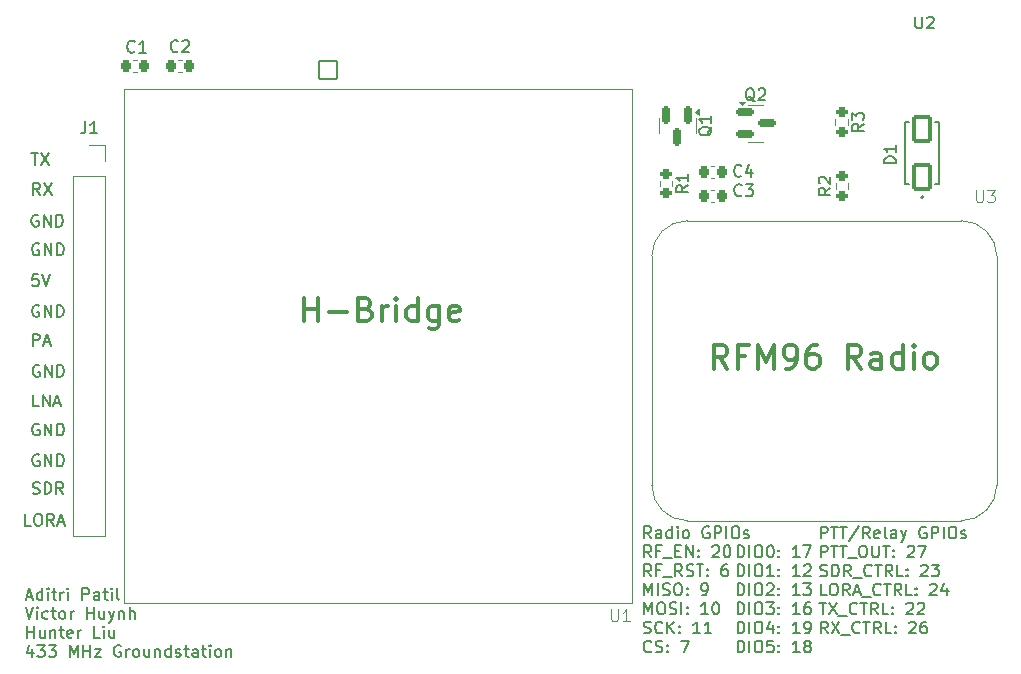
<source format=gbr>
%TF.GenerationSoftware,KiCad,Pcbnew,8.0.5*%
%TF.CreationDate,2024-12-07T17:39:48-08:00*%
%TF.ProjectId,Groundstation_433_Hat,47726f75-6e64-4737-9461-74696f6e5f34,1.2*%
%TF.SameCoordinates,Original*%
%TF.FileFunction,Legend,Top*%
%TF.FilePolarity,Positive*%
%FSLAX46Y46*%
G04 Gerber Fmt 4.6, Leading zero omitted, Abs format (unit mm)*
G04 Created by KiCad (PCBNEW 8.0.5) date 2024-12-07 17:39:48*
%MOMM*%
%LPD*%
G01*
G04 APERTURE LIST*
G04 Aperture macros list*
%AMRoundRect*
0 Rectangle with rounded corners*
0 $1 Rounding radius*
0 $2 $3 $4 $5 $6 $7 $8 $9 X,Y pos of 4 corners*
0 Add a 4 corners polygon primitive as box body*
4,1,4,$2,$3,$4,$5,$6,$7,$8,$9,$2,$3,0*
0 Add four circle primitives for the rounded corners*
1,1,$1+$1,$2,$3*
1,1,$1+$1,$4,$5*
1,1,$1+$1,$6,$7*
1,1,$1+$1,$8,$9*
0 Add four rect primitives between the rounded corners*
20,1,$1+$1,$2,$3,$4,$5,0*
20,1,$1+$1,$4,$5,$6,$7,0*
20,1,$1+$1,$6,$7,$8,$9,0*
20,1,$1+$1,$8,$9,$2,$3,0*%
G04 Aperture macros list end*
%ADD10C,0.150000*%
%ADD11C,0.300000*%
%ADD12C,0.100000*%
%ADD13C,0.120000*%
%ADD14C,0.127000*%
%ADD15C,0.200000*%
%ADD16RoundRect,0.225000X-0.225000X-0.250000X0.225000X-0.250000X0.225000X0.250000X-0.225000X0.250000X0*%
%ADD17RoundRect,0.150000X-0.150000X0.587500X-0.150000X-0.587500X0.150000X-0.587500X0.150000X0.587500X0*%
%ADD18RoundRect,0.200000X0.275000X-0.200000X0.275000X0.200000X-0.275000X0.200000X-0.275000X-0.200000X0*%
%ADD19RoundRect,0.102000X-0.762000X-0.762000X0.762000X-0.762000X0.762000X0.762000X-0.762000X0.762000X0*%
%ADD20C,1.728000*%
%ADD21C,4.016400*%
%ADD22RoundRect,0.200000X-0.275000X0.200000X-0.275000X-0.200000X0.275000X-0.200000X0.275000X0.200000X0*%
%ADD23C,6.000000*%
%ADD24RoundRect,0.225000X0.225000X0.250000X-0.225000X0.250000X-0.225000X-0.250000X0.225000X-0.250000X0*%
%ADD25C,1.524000*%
%ADD26RoundRect,0.150000X-0.587500X-0.150000X0.587500X-0.150000X0.587500X0.150000X-0.587500X0.150000X0*%
%ADD27RoundRect,0.190740X0.676260X-1.016260X0.676260X1.016260X-0.676260X1.016260X-0.676260X-1.016260X0*%
%ADD28R,1.700000X1.700000*%
%ADD29O,1.700000X1.700000*%
G04 APERTURE END LIST*
D10*
X180090716Y-104420099D02*
X180090716Y-103420099D01*
X180090716Y-103420099D02*
X180471668Y-103420099D01*
X180471668Y-103420099D02*
X180566906Y-103467718D01*
X180566906Y-103467718D02*
X180614525Y-103515337D01*
X180614525Y-103515337D02*
X180662144Y-103610575D01*
X180662144Y-103610575D02*
X180662144Y-103753432D01*
X180662144Y-103753432D02*
X180614525Y-103848670D01*
X180614525Y-103848670D02*
X180566906Y-103896289D01*
X180566906Y-103896289D02*
X180471668Y-103943908D01*
X180471668Y-103943908D02*
X180090716Y-103943908D01*
X180947859Y-103420099D02*
X181519287Y-103420099D01*
X181233573Y-104420099D02*
X181233573Y-103420099D01*
X181709764Y-103420099D02*
X182281192Y-103420099D01*
X181995478Y-104420099D02*
X181995478Y-103420099D01*
X183328811Y-103372480D02*
X182471669Y-104658194D01*
X184233573Y-104420099D02*
X183900240Y-103943908D01*
X183662145Y-104420099D02*
X183662145Y-103420099D01*
X183662145Y-103420099D02*
X184043097Y-103420099D01*
X184043097Y-103420099D02*
X184138335Y-103467718D01*
X184138335Y-103467718D02*
X184185954Y-103515337D01*
X184185954Y-103515337D02*
X184233573Y-103610575D01*
X184233573Y-103610575D02*
X184233573Y-103753432D01*
X184233573Y-103753432D02*
X184185954Y-103848670D01*
X184185954Y-103848670D02*
X184138335Y-103896289D01*
X184138335Y-103896289D02*
X184043097Y-103943908D01*
X184043097Y-103943908D02*
X183662145Y-103943908D01*
X185043097Y-104372480D02*
X184947859Y-104420099D01*
X184947859Y-104420099D02*
X184757383Y-104420099D01*
X184757383Y-104420099D02*
X184662145Y-104372480D01*
X184662145Y-104372480D02*
X184614526Y-104277241D01*
X184614526Y-104277241D02*
X184614526Y-103896289D01*
X184614526Y-103896289D02*
X184662145Y-103801051D01*
X184662145Y-103801051D02*
X184757383Y-103753432D01*
X184757383Y-103753432D02*
X184947859Y-103753432D01*
X184947859Y-103753432D02*
X185043097Y-103801051D01*
X185043097Y-103801051D02*
X185090716Y-103896289D01*
X185090716Y-103896289D02*
X185090716Y-103991527D01*
X185090716Y-103991527D02*
X184614526Y-104086765D01*
X185662145Y-104420099D02*
X185566907Y-104372480D01*
X185566907Y-104372480D02*
X185519288Y-104277241D01*
X185519288Y-104277241D02*
X185519288Y-103420099D01*
X186471669Y-104420099D02*
X186471669Y-103896289D01*
X186471669Y-103896289D02*
X186424050Y-103801051D01*
X186424050Y-103801051D02*
X186328812Y-103753432D01*
X186328812Y-103753432D02*
X186138336Y-103753432D01*
X186138336Y-103753432D02*
X186043098Y-103801051D01*
X186471669Y-104372480D02*
X186376431Y-104420099D01*
X186376431Y-104420099D02*
X186138336Y-104420099D01*
X186138336Y-104420099D02*
X186043098Y-104372480D01*
X186043098Y-104372480D02*
X185995479Y-104277241D01*
X185995479Y-104277241D02*
X185995479Y-104182003D01*
X185995479Y-104182003D02*
X186043098Y-104086765D01*
X186043098Y-104086765D02*
X186138336Y-104039146D01*
X186138336Y-104039146D02*
X186376431Y-104039146D01*
X186376431Y-104039146D02*
X186471669Y-103991527D01*
X186852622Y-103753432D02*
X187090717Y-104420099D01*
X187328812Y-103753432D02*
X187090717Y-104420099D01*
X187090717Y-104420099D02*
X186995479Y-104658194D01*
X186995479Y-104658194D02*
X186947860Y-104705813D01*
X186947860Y-104705813D02*
X186852622Y-104753432D01*
X188995479Y-103467718D02*
X188900241Y-103420099D01*
X188900241Y-103420099D02*
X188757384Y-103420099D01*
X188757384Y-103420099D02*
X188614527Y-103467718D01*
X188614527Y-103467718D02*
X188519289Y-103562956D01*
X188519289Y-103562956D02*
X188471670Y-103658194D01*
X188471670Y-103658194D02*
X188424051Y-103848670D01*
X188424051Y-103848670D02*
X188424051Y-103991527D01*
X188424051Y-103991527D02*
X188471670Y-104182003D01*
X188471670Y-104182003D02*
X188519289Y-104277241D01*
X188519289Y-104277241D02*
X188614527Y-104372480D01*
X188614527Y-104372480D02*
X188757384Y-104420099D01*
X188757384Y-104420099D02*
X188852622Y-104420099D01*
X188852622Y-104420099D02*
X188995479Y-104372480D01*
X188995479Y-104372480D02*
X189043098Y-104324860D01*
X189043098Y-104324860D02*
X189043098Y-103991527D01*
X189043098Y-103991527D02*
X188852622Y-103991527D01*
X189471670Y-104420099D02*
X189471670Y-103420099D01*
X189471670Y-103420099D02*
X189852622Y-103420099D01*
X189852622Y-103420099D02*
X189947860Y-103467718D01*
X189947860Y-103467718D02*
X189995479Y-103515337D01*
X189995479Y-103515337D02*
X190043098Y-103610575D01*
X190043098Y-103610575D02*
X190043098Y-103753432D01*
X190043098Y-103753432D02*
X189995479Y-103848670D01*
X189995479Y-103848670D02*
X189947860Y-103896289D01*
X189947860Y-103896289D02*
X189852622Y-103943908D01*
X189852622Y-103943908D02*
X189471670Y-103943908D01*
X190471670Y-104420099D02*
X190471670Y-103420099D01*
X191138336Y-103420099D02*
X191328812Y-103420099D01*
X191328812Y-103420099D02*
X191424050Y-103467718D01*
X191424050Y-103467718D02*
X191519288Y-103562956D01*
X191519288Y-103562956D02*
X191566907Y-103753432D01*
X191566907Y-103753432D02*
X191566907Y-104086765D01*
X191566907Y-104086765D02*
X191519288Y-104277241D01*
X191519288Y-104277241D02*
X191424050Y-104372480D01*
X191424050Y-104372480D02*
X191328812Y-104420099D01*
X191328812Y-104420099D02*
X191138336Y-104420099D01*
X191138336Y-104420099D02*
X191043098Y-104372480D01*
X191043098Y-104372480D02*
X190947860Y-104277241D01*
X190947860Y-104277241D02*
X190900241Y-104086765D01*
X190900241Y-104086765D02*
X190900241Y-103753432D01*
X190900241Y-103753432D02*
X190947860Y-103562956D01*
X190947860Y-103562956D02*
X191043098Y-103467718D01*
X191043098Y-103467718D02*
X191138336Y-103420099D01*
X191947860Y-104372480D02*
X192043098Y-104420099D01*
X192043098Y-104420099D02*
X192233574Y-104420099D01*
X192233574Y-104420099D02*
X192328812Y-104372480D01*
X192328812Y-104372480D02*
X192376431Y-104277241D01*
X192376431Y-104277241D02*
X192376431Y-104229622D01*
X192376431Y-104229622D02*
X192328812Y-104134384D01*
X192328812Y-104134384D02*
X192233574Y-104086765D01*
X192233574Y-104086765D02*
X192090717Y-104086765D01*
X192090717Y-104086765D02*
X191995479Y-104039146D01*
X191995479Y-104039146D02*
X191947860Y-103943908D01*
X191947860Y-103943908D02*
X191947860Y-103896289D01*
X191947860Y-103896289D02*
X191995479Y-103801051D01*
X191995479Y-103801051D02*
X192090717Y-103753432D01*
X192090717Y-103753432D02*
X192233574Y-103753432D01*
X192233574Y-103753432D02*
X192328812Y-103801051D01*
X180090716Y-106030043D02*
X180090716Y-105030043D01*
X180090716Y-105030043D02*
X180471668Y-105030043D01*
X180471668Y-105030043D02*
X180566906Y-105077662D01*
X180566906Y-105077662D02*
X180614525Y-105125281D01*
X180614525Y-105125281D02*
X180662144Y-105220519D01*
X180662144Y-105220519D02*
X180662144Y-105363376D01*
X180662144Y-105363376D02*
X180614525Y-105458614D01*
X180614525Y-105458614D02*
X180566906Y-105506233D01*
X180566906Y-105506233D02*
X180471668Y-105553852D01*
X180471668Y-105553852D02*
X180090716Y-105553852D01*
X180947859Y-105030043D02*
X181519287Y-105030043D01*
X181233573Y-106030043D02*
X181233573Y-105030043D01*
X181709764Y-105030043D02*
X182281192Y-105030043D01*
X181995478Y-106030043D02*
X181995478Y-105030043D01*
X182376431Y-106125281D02*
X183138335Y-106125281D01*
X183566907Y-105030043D02*
X183757383Y-105030043D01*
X183757383Y-105030043D02*
X183852621Y-105077662D01*
X183852621Y-105077662D02*
X183947859Y-105172900D01*
X183947859Y-105172900D02*
X183995478Y-105363376D01*
X183995478Y-105363376D02*
X183995478Y-105696709D01*
X183995478Y-105696709D02*
X183947859Y-105887185D01*
X183947859Y-105887185D02*
X183852621Y-105982424D01*
X183852621Y-105982424D02*
X183757383Y-106030043D01*
X183757383Y-106030043D02*
X183566907Y-106030043D01*
X183566907Y-106030043D02*
X183471669Y-105982424D01*
X183471669Y-105982424D02*
X183376431Y-105887185D01*
X183376431Y-105887185D02*
X183328812Y-105696709D01*
X183328812Y-105696709D02*
X183328812Y-105363376D01*
X183328812Y-105363376D02*
X183376431Y-105172900D01*
X183376431Y-105172900D02*
X183471669Y-105077662D01*
X183471669Y-105077662D02*
X183566907Y-105030043D01*
X184424050Y-105030043D02*
X184424050Y-105839566D01*
X184424050Y-105839566D02*
X184471669Y-105934804D01*
X184471669Y-105934804D02*
X184519288Y-105982424D01*
X184519288Y-105982424D02*
X184614526Y-106030043D01*
X184614526Y-106030043D02*
X184805002Y-106030043D01*
X184805002Y-106030043D02*
X184900240Y-105982424D01*
X184900240Y-105982424D02*
X184947859Y-105934804D01*
X184947859Y-105934804D02*
X184995478Y-105839566D01*
X184995478Y-105839566D02*
X184995478Y-105030043D01*
X185328812Y-105030043D02*
X185900240Y-105030043D01*
X185614526Y-106030043D02*
X185614526Y-105030043D01*
X186233574Y-105934804D02*
X186281193Y-105982424D01*
X186281193Y-105982424D02*
X186233574Y-106030043D01*
X186233574Y-106030043D02*
X186185955Y-105982424D01*
X186185955Y-105982424D02*
X186233574Y-105934804D01*
X186233574Y-105934804D02*
X186233574Y-106030043D01*
X186233574Y-105410995D02*
X186281193Y-105458614D01*
X186281193Y-105458614D02*
X186233574Y-105506233D01*
X186233574Y-105506233D02*
X186185955Y-105458614D01*
X186185955Y-105458614D02*
X186233574Y-105410995D01*
X186233574Y-105410995D02*
X186233574Y-105506233D01*
X187424050Y-105125281D02*
X187471669Y-105077662D01*
X187471669Y-105077662D02*
X187566907Y-105030043D01*
X187566907Y-105030043D02*
X187805002Y-105030043D01*
X187805002Y-105030043D02*
X187900240Y-105077662D01*
X187900240Y-105077662D02*
X187947859Y-105125281D01*
X187947859Y-105125281D02*
X187995478Y-105220519D01*
X187995478Y-105220519D02*
X187995478Y-105315757D01*
X187995478Y-105315757D02*
X187947859Y-105458614D01*
X187947859Y-105458614D02*
X187376431Y-106030043D01*
X187376431Y-106030043D02*
X187995478Y-106030043D01*
X188328812Y-105030043D02*
X188995478Y-105030043D01*
X188995478Y-105030043D02*
X188566907Y-106030043D01*
X180043097Y-107592368D02*
X180185954Y-107639987D01*
X180185954Y-107639987D02*
X180424049Y-107639987D01*
X180424049Y-107639987D02*
X180519287Y-107592368D01*
X180519287Y-107592368D02*
X180566906Y-107544748D01*
X180566906Y-107544748D02*
X180614525Y-107449510D01*
X180614525Y-107449510D02*
X180614525Y-107354272D01*
X180614525Y-107354272D02*
X180566906Y-107259034D01*
X180566906Y-107259034D02*
X180519287Y-107211415D01*
X180519287Y-107211415D02*
X180424049Y-107163796D01*
X180424049Y-107163796D02*
X180233573Y-107116177D01*
X180233573Y-107116177D02*
X180138335Y-107068558D01*
X180138335Y-107068558D02*
X180090716Y-107020939D01*
X180090716Y-107020939D02*
X180043097Y-106925701D01*
X180043097Y-106925701D02*
X180043097Y-106830463D01*
X180043097Y-106830463D02*
X180090716Y-106735225D01*
X180090716Y-106735225D02*
X180138335Y-106687606D01*
X180138335Y-106687606D02*
X180233573Y-106639987D01*
X180233573Y-106639987D02*
X180471668Y-106639987D01*
X180471668Y-106639987D02*
X180614525Y-106687606D01*
X181043097Y-107639987D02*
X181043097Y-106639987D01*
X181043097Y-106639987D02*
X181281192Y-106639987D01*
X181281192Y-106639987D02*
X181424049Y-106687606D01*
X181424049Y-106687606D02*
X181519287Y-106782844D01*
X181519287Y-106782844D02*
X181566906Y-106878082D01*
X181566906Y-106878082D02*
X181614525Y-107068558D01*
X181614525Y-107068558D02*
X181614525Y-107211415D01*
X181614525Y-107211415D02*
X181566906Y-107401891D01*
X181566906Y-107401891D02*
X181519287Y-107497129D01*
X181519287Y-107497129D02*
X181424049Y-107592368D01*
X181424049Y-107592368D02*
X181281192Y-107639987D01*
X181281192Y-107639987D02*
X181043097Y-107639987D01*
X182614525Y-107639987D02*
X182281192Y-107163796D01*
X182043097Y-107639987D02*
X182043097Y-106639987D01*
X182043097Y-106639987D02*
X182424049Y-106639987D01*
X182424049Y-106639987D02*
X182519287Y-106687606D01*
X182519287Y-106687606D02*
X182566906Y-106735225D01*
X182566906Y-106735225D02*
X182614525Y-106830463D01*
X182614525Y-106830463D02*
X182614525Y-106973320D01*
X182614525Y-106973320D02*
X182566906Y-107068558D01*
X182566906Y-107068558D02*
X182519287Y-107116177D01*
X182519287Y-107116177D02*
X182424049Y-107163796D01*
X182424049Y-107163796D02*
X182043097Y-107163796D01*
X182805002Y-107735225D02*
X183566906Y-107735225D01*
X184376430Y-107544748D02*
X184328811Y-107592368D01*
X184328811Y-107592368D02*
X184185954Y-107639987D01*
X184185954Y-107639987D02*
X184090716Y-107639987D01*
X184090716Y-107639987D02*
X183947859Y-107592368D01*
X183947859Y-107592368D02*
X183852621Y-107497129D01*
X183852621Y-107497129D02*
X183805002Y-107401891D01*
X183805002Y-107401891D02*
X183757383Y-107211415D01*
X183757383Y-107211415D02*
X183757383Y-107068558D01*
X183757383Y-107068558D02*
X183805002Y-106878082D01*
X183805002Y-106878082D02*
X183852621Y-106782844D01*
X183852621Y-106782844D02*
X183947859Y-106687606D01*
X183947859Y-106687606D02*
X184090716Y-106639987D01*
X184090716Y-106639987D02*
X184185954Y-106639987D01*
X184185954Y-106639987D02*
X184328811Y-106687606D01*
X184328811Y-106687606D02*
X184376430Y-106735225D01*
X184662145Y-106639987D02*
X185233573Y-106639987D01*
X184947859Y-107639987D02*
X184947859Y-106639987D01*
X186138335Y-107639987D02*
X185805002Y-107163796D01*
X185566907Y-107639987D02*
X185566907Y-106639987D01*
X185566907Y-106639987D02*
X185947859Y-106639987D01*
X185947859Y-106639987D02*
X186043097Y-106687606D01*
X186043097Y-106687606D02*
X186090716Y-106735225D01*
X186090716Y-106735225D02*
X186138335Y-106830463D01*
X186138335Y-106830463D02*
X186138335Y-106973320D01*
X186138335Y-106973320D02*
X186090716Y-107068558D01*
X186090716Y-107068558D02*
X186043097Y-107116177D01*
X186043097Y-107116177D02*
X185947859Y-107163796D01*
X185947859Y-107163796D02*
X185566907Y-107163796D01*
X187043097Y-107639987D02*
X186566907Y-107639987D01*
X186566907Y-107639987D02*
X186566907Y-106639987D01*
X187376431Y-107544748D02*
X187424050Y-107592368D01*
X187424050Y-107592368D02*
X187376431Y-107639987D01*
X187376431Y-107639987D02*
X187328812Y-107592368D01*
X187328812Y-107592368D02*
X187376431Y-107544748D01*
X187376431Y-107544748D02*
X187376431Y-107639987D01*
X187376431Y-107020939D02*
X187424050Y-107068558D01*
X187424050Y-107068558D02*
X187376431Y-107116177D01*
X187376431Y-107116177D02*
X187328812Y-107068558D01*
X187328812Y-107068558D02*
X187376431Y-107020939D01*
X187376431Y-107020939D02*
X187376431Y-107116177D01*
X188566907Y-106735225D02*
X188614526Y-106687606D01*
X188614526Y-106687606D02*
X188709764Y-106639987D01*
X188709764Y-106639987D02*
X188947859Y-106639987D01*
X188947859Y-106639987D02*
X189043097Y-106687606D01*
X189043097Y-106687606D02*
X189090716Y-106735225D01*
X189090716Y-106735225D02*
X189138335Y-106830463D01*
X189138335Y-106830463D02*
X189138335Y-106925701D01*
X189138335Y-106925701D02*
X189090716Y-107068558D01*
X189090716Y-107068558D02*
X188519288Y-107639987D01*
X188519288Y-107639987D02*
X189138335Y-107639987D01*
X189471669Y-106639987D02*
X190090716Y-106639987D01*
X190090716Y-106639987D02*
X189757383Y-107020939D01*
X189757383Y-107020939D02*
X189900240Y-107020939D01*
X189900240Y-107020939D02*
X189995478Y-107068558D01*
X189995478Y-107068558D02*
X190043097Y-107116177D01*
X190043097Y-107116177D02*
X190090716Y-107211415D01*
X190090716Y-107211415D02*
X190090716Y-107449510D01*
X190090716Y-107449510D02*
X190043097Y-107544748D01*
X190043097Y-107544748D02*
X189995478Y-107592368D01*
X189995478Y-107592368D02*
X189900240Y-107639987D01*
X189900240Y-107639987D02*
X189614526Y-107639987D01*
X189614526Y-107639987D02*
X189519288Y-107592368D01*
X189519288Y-107592368D02*
X189471669Y-107544748D01*
X180566906Y-109249931D02*
X180090716Y-109249931D01*
X180090716Y-109249931D02*
X180090716Y-108249931D01*
X181090716Y-108249931D02*
X181281192Y-108249931D01*
X181281192Y-108249931D02*
X181376430Y-108297550D01*
X181376430Y-108297550D02*
X181471668Y-108392788D01*
X181471668Y-108392788D02*
X181519287Y-108583264D01*
X181519287Y-108583264D02*
X181519287Y-108916597D01*
X181519287Y-108916597D02*
X181471668Y-109107073D01*
X181471668Y-109107073D02*
X181376430Y-109202312D01*
X181376430Y-109202312D02*
X181281192Y-109249931D01*
X181281192Y-109249931D02*
X181090716Y-109249931D01*
X181090716Y-109249931D02*
X180995478Y-109202312D01*
X180995478Y-109202312D02*
X180900240Y-109107073D01*
X180900240Y-109107073D02*
X180852621Y-108916597D01*
X180852621Y-108916597D02*
X180852621Y-108583264D01*
X180852621Y-108583264D02*
X180900240Y-108392788D01*
X180900240Y-108392788D02*
X180995478Y-108297550D01*
X180995478Y-108297550D02*
X181090716Y-108249931D01*
X182519287Y-109249931D02*
X182185954Y-108773740D01*
X181947859Y-109249931D02*
X181947859Y-108249931D01*
X181947859Y-108249931D02*
X182328811Y-108249931D01*
X182328811Y-108249931D02*
X182424049Y-108297550D01*
X182424049Y-108297550D02*
X182471668Y-108345169D01*
X182471668Y-108345169D02*
X182519287Y-108440407D01*
X182519287Y-108440407D02*
X182519287Y-108583264D01*
X182519287Y-108583264D02*
X182471668Y-108678502D01*
X182471668Y-108678502D02*
X182424049Y-108726121D01*
X182424049Y-108726121D02*
X182328811Y-108773740D01*
X182328811Y-108773740D02*
X181947859Y-108773740D01*
X182900240Y-108964216D02*
X183376430Y-108964216D01*
X182805002Y-109249931D02*
X183138335Y-108249931D01*
X183138335Y-108249931D02*
X183471668Y-109249931D01*
X183566907Y-109345169D02*
X184328811Y-109345169D01*
X185138335Y-109154692D02*
X185090716Y-109202312D01*
X185090716Y-109202312D02*
X184947859Y-109249931D01*
X184947859Y-109249931D02*
X184852621Y-109249931D01*
X184852621Y-109249931D02*
X184709764Y-109202312D01*
X184709764Y-109202312D02*
X184614526Y-109107073D01*
X184614526Y-109107073D02*
X184566907Y-109011835D01*
X184566907Y-109011835D02*
X184519288Y-108821359D01*
X184519288Y-108821359D02*
X184519288Y-108678502D01*
X184519288Y-108678502D02*
X184566907Y-108488026D01*
X184566907Y-108488026D02*
X184614526Y-108392788D01*
X184614526Y-108392788D02*
X184709764Y-108297550D01*
X184709764Y-108297550D02*
X184852621Y-108249931D01*
X184852621Y-108249931D02*
X184947859Y-108249931D01*
X184947859Y-108249931D02*
X185090716Y-108297550D01*
X185090716Y-108297550D02*
X185138335Y-108345169D01*
X185424050Y-108249931D02*
X185995478Y-108249931D01*
X185709764Y-109249931D02*
X185709764Y-108249931D01*
X186900240Y-109249931D02*
X186566907Y-108773740D01*
X186328812Y-109249931D02*
X186328812Y-108249931D01*
X186328812Y-108249931D02*
X186709764Y-108249931D01*
X186709764Y-108249931D02*
X186805002Y-108297550D01*
X186805002Y-108297550D02*
X186852621Y-108345169D01*
X186852621Y-108345169D02*
X186900240Y-108440407D01*
X186900240Y-108440407D02*
X186900240Y-108583264D01*
X186900240Y-108583264D02*
X186852621Y-108678502D01*
X186852621Y-108678502D02*
X186805002Y-108726121D01*
X186805002Y-108726121D02*
X186709764Y-108773740D01*
X186709764Y-108773740D02*
X186328812Y-108773740D01*
X187805002Y-109249931D02*
X187328812Y-109249931D01*
X187328812Y-109249931D02*
X187328812Y-108249931D01*
X188138336Y-109154692D02*
X188185955Y-109202312D01*
X188185955Y-109202312D02*
X188138336Y-109249931D01*
X188138336Y-109249931D02*
X188090717Y-109202312D01*
X188090717Y-109202312D02*
X188138336Y-109154692D01*
X188138336Y-109154692D02*
X188138336Y-109249931D01*
X188138336Y-108630883D02*
X188185955Y-108678502D01*
X188185955Y-108678502D02*
X188138336Y-108726121D01*
X188138336Y-108726121D02*
X188090717Y-108678502D01*
X188090717Y-108678502D02*
X188138336Y-108630883D01*
X188138336Y-108630883D02*
X188138336Y-108726121D01*
X189328812Y-108345169D02*
X189376431Y-108297550D01*
X189376431Y-108297550D02*
X189471669Y-108249931D01*
X189471669Y-108249931D02*
X189709764Y-108249931D01*
X189709764Y-108249931D02*
X189805002Y-108297550D01*
X189805002Y-108297550D02*
X189852621Y-108345169D01*
X189852621Y-108345169D02*
X189900240Y-108440407D01*
X189900240Y-108440407D02*
X189900240Y-108535645D01*
X189900240Y-108535645D02*
X189852621Y-108678502D01*
X189852621Y-108678502D02*
X189281193Y-109249931D01*
X189281193Y-109249931D02*
X189900240Y-109249931D01*
X190757383Y-108583264D02*
X190757383Y-109249931D01*
X190519288Y-108202312D02*
X190281193Y-108916597D01*
X190281193Y-108916597D02*
X190900240Y-108916597D01*
X179947859Y-109859875D02*
X180519287Y-109859875D01*
X180233573Y-110859875D02*
X180233573Y-109859875D01*
X180757383Y-109859875D02*
X181424049Y-110859875D01*
X181424049Y-109859875D02*
X180757383Y-110859875D01*
X181566907Y-110955113D02*
X182328811Y-110955113D01*
X183138335Y-110764636D02*
X183090716Y-110812256D01*
X183090716Y-110812256D02*
X182947859Y-110859875D01*
X182947859Y-110859875D02*
X182852621Y-110859875D01*
X182852621Y-110859875D02*
X182709764Y-110812256D01*
X182709764Y-110812256D02*
X182614526Y-110717017D01*
X182614526Y-110717017D02*
X182566907Y-110621779D01*
X182566907Y-110621779D02*
X182519288Y-110431303D01*
X182519288Y-110431303D02*
X182519288Y-110288446D01*
X182519288Y-110288446D02*
X182566907Y-110097970D01*
X182566907Y-110097970D02*
X182614526Y-110002732D01*
X182614526Y-110002732D02*
X182709764Y-109907494D01*
X182709764Y-109907494D02*
X182852621Y-109859875D01*
X182852621Y-109859875D02*
X182947859Y-109859875D01*
X182947859Y-109859875D02*
X183090716Y-109907494D01*
X183090716Y-109907494D02*
X183138335Y-109955113D01*
X183424050Y-109859875D02*
X183995478Y-109859875D01*
X183709764Y-110859875D02*
X183709764Y-109859875D01*
X184900240Y-110859875D02*
X184566907Y-110383684D01*
X184328812Y-110859875D02*
X184328812Y-109859875D01*
X184328812Y-109859875D02*
X184709764Y-109859875D01*
X184709764Y-109859875D02*
X184805002Y-109907494D01*
X184805002Y-109907494D02*
X184852621Y-109955113D01*
X184852621Y-109955113D02*
X184900240Y-110050351D01*
X184900240Y-110050351D02*
X184900240Y-110193208D01*
X184900240Y-110193208D02*
X184852621Y-110288446D01*
X184852621Y-110288446D02*
X184805002Y-110336065D01*
X184805002Y-110336065D02*
X184709764Y-110383684D01*
X184709764Y-110383684D02*
X184328812Y-110383684D01*
X185805002Y-110859875D02*
X185328812Y-110859875D01*
X185328812Y-110859875D02*
X185328812Y-109859875D01*
X186138336Y-110764636D02*
X186185955Y-110812256D01*
X186185955Y-110812256D02*
X186138336Y-110859875D01*
X186138336Y-110859875D02*
X186090717Y-110812256D01*
X186090717Y-110812256D02*
X186138336Y-110764636D01*
X186138336Y-110764636D02*
X186138336Y-110859875D01*
X186138336Y-110240827D02*
X186185955Y-110288446D01*
X186185955Y-110288446D02*
X186138336Y-110336065D01*
X186138336Y-110336065D02*
X186090717Y-110288446D01*
X186090717Y-110288446D02*
X186138336Y-110240827D01*
X186138336Y-110240827D02*
X186138336Y-110336065D01*
X187328812Y-109955113D02*
X187376431Y-109907494D01*
X187376431Y-109907494D02*
X187471669Y-109859875D01*
X187471669Y-109859875D02*
X187709764Y-109859875D01*
X187709764Y-109859875D02*
X187805002Y-109907494D01*
X187805002Y-109907494D02*
X187852621Y-109955113D01*
X187852621Y-109955113D02*
X187900240Y-110050351D01*
X187900240Y-110050351D02*
X187900240Y-110145589D01*
X187900240Y-110145589D02*
X187852621Y-110288446D01*
X187852621Y-110288446D02*
X187281193Y-110859875D01*
X187281193Y-110859875D02*
X187900240Y-110859875D01*
X188281193Y-109955113D02*
X188328812Y-109907494D01*
X188328812Y-109907494D02*
X188424050Y-109859875D01*
X188424050Y-109859875D02*
X188662145Y-109859875D01*
X188662145Y-109859875D02*
X188757383Y-109907494D01*
X188757383Y-109907494D02*
X188805002Y-109955113D01*
X188805002Y-109955113D02*
X188852621Y-110050351D01*
X188852621Y-110050351D02*
X188852621Y-110145589D01*
X188852621Y-110145589D02*
X188805002Y-110288446D01*
X188805002Y-110288446D02*
X188233574Y-110859875D01*
X188233574Y-110859875D02*
X188852621Y-110859875D01*
X180662144Y-112469819D02*
X180328811Y-111993628D01*
X180090716Y-112469819D02*
X180090716Y-111469819D01*
X180090716Y-111469819D02*
X180471668Y-111469819D01*
X180471668Y-111469819D02*
X180566906Y-111517438D01*
X180566906Y-111517438D02*
X180614525Y-111565057D01*
X180614525Y-111565057D02*
X180662144Y-111660295D01*
X180662144Y-111660295D02*
X180662144Y-111803152D01*
X180662144Y-111803152D02*
X180614525Y-111898390D01*
X180614525Y-111898390D02*
X180566906Y-111946009D01*
X180566906Y-111946009D02*
X180471668Y-111993628D01*
X180471668Y-111993628D02*
X180090716Y-111993628D01*
X180995478Y-111469819D02*
X181662144Y-112469819D01*
X181662144Y-111469819D02*
X180995478Y-112469819D01*
X181805002Y-112565057D02*
X182566906Y-112565057D01*
X183376430Y-112374580D02*
X183328811Y-112422200D01*
X183328811Y-112422200D02*
X183185954Y-112469819D01*
X183185954Y-112469819D02*
X183090716Y-112469819D01*
X183090716Y-112469819D02*
X182947859Y-112422200D01*
X182947859Y-112422200D02*
X182852621Y-112326961D01*
X182852621Y-112326961D02*
X182805002Y-112231723D01*
X182805002Y-112231723D02*
X182757383Y-112041247D01*
X182757383Y-112041247D02*
X182757383Y-111898390D01*
X182757383Y-111898390D02*
X182805002Y-111707914D01*
X182805002Y-111707914D02*
X182852621Y-111612676D01*
X182852621Y-111612676D02*
X182947859Y-111517438D01*
X182947859Y-111517438D02*
X183090716Y-111469819D01*
X183090716Y-111469819D02*
X183185954Y-111469819D01*
X183185954Y-111469819D02*
X183328811Y-111517438D01*
X183328811Y-111517438D02*
X183376430Y-111565057D01*
X183662145Y-111469819D02*
X184233573Y-111469819D01*
X183947859Y-112469819D02*
X183947859Y-111469819D01*
X185138335Y-112469819D02*
X184805002Y-111993628D01*
X184566907Y-112469819D02*
X184566907Y-111469819D01*
X184566907Y-111469819D02*
X184947859Y-111469819D01*
X184947859Y-111469819D02*
X185043097Y-111517438D01*
X185043097Y-111517438D02*
X185090716Y-111565057D01*
X185090716Y-111565057D02*
X185138335Y-111660295D01*
X185138335Y-111660295D02*
X185138335Y-111803152D01*
X185138335Y-111803152D02*
X185090716Y-111898390D01*
X185090716Y-111898390D02*
X185043097Y-111946009D01*
X185043097Y-111946009D02*
X184947859Y-111993628D01*
X184947859Y-111993628D02*
X184566907Y-111993628D01*
X186043097Y-112469819D02*
X185566907Y-112469819D01*
X185566907Y-112469819D02*
X185566907Y-111469819D01*
X186376431Y-112374580D02*
X186424050Y-112422200D01*
X186424050Y-112422200D02*
X186376431Y-112469819D01*
X186376431Y-112469819D02*
X186328812Y-112422200D01*
X186328812Y-112422200D02*
X186376431Y-112374580D01*
X186376431Y-112374580D02*
X186376431Y-112469819D01*
X186376431Y-111850771D02*
X186424050Y-111898390D01*
X186424050Y-111898390D02*
X186376431Y-111946009D01*
X186376431Y-111946009D02*
X186328812Y-111898390D01*
X186328812Y-111898390D02*
X186376431Y-111850771D01*
X186376431Y-111850771D02*
X186376431Y-111946009D01*
X187566907Y-111565057D02*
X187614526Y-111517438D01*
X187614526Y-111517438D02*
X187709764Y-111469819D01*
X187709764Y-111469819D02*
X187947859Y-111469819D01*
X187947859Y-111469819D02*
X188043097Y-111517438D01*
X188043097Y-111517438D02*
X188090716Y-111565057D01*
X188090716Y-111565057D02*
X188138335Y-111660295D01*
X188138335Y-111660295D02*
X188138335Y-111755533D01*
X188138335Y-111755533D02*
X188090716Y-111898390D01*
X188090716Y-111898390D02*
X187519288Y-112469819D01*
X187519288Y-112469819D02*
X188138335Y-112469819D01*
X188995478Y-111469819D02*
X188805002Y-111469819D01*
X188805002Y-111469819D02*
X188709764Y-111517438D01*
X188709764Y-111517438D02*
X188662145Y-111565057D01*
X188662145Y-111565057D02*
X188566907Y-111707914D01*
X188566907Y-111707914D02*
X188519288Y-111898390D01*
X188519288Y-111898390D02*
X188519288Y-112279342D01*
X188519288Y-112279342D02*
X188566907Y-112374580D01*
X188566907Y-112374580D02*
X188614526Y-112422200D01*
X188614526Y-112422200D02*
X188709764Y-112469819D01*
X188709764Y-112469819D02*
X188900240Y-112469819D01*
X188900240Y-112469819D02*
X188995478Y-112422200D01*
X188995478Y-112422200D02*
X189043097Y-112374580D01*
X189043097Y-112374580D02*
X189090716Y-112279342D01*
X189090716Y-112279342D02*
X189090716Y-112041247D01*
X189090716Y-112041247D02*
X189043097Y-111946009D01*
X189043097Y-111946009D02*
X188995478Y-111898390D01*
X188995478Y-111898390D02*
X188900240Y-111850771D01*
X188900240Y-111850771D02*
X188709764Y-111850771D01*
X188709764Y-111850771D02*
X188614526Y-111898390D01*
X188614526Y-111898390D02*
X188566907Y-111946009D01*
X188566907Y-111946009D02*
X188519288Y-112041247D01*
X113879047Y-84722289D02*
X113783809Y-84674670D01*
X113783809Y-84674670D02*
X113640952Y-84674670D01*
X113640952Y-84674670D02*
X113498095Y-84722289D01*
X113498095Y-84722289D02*
X113402857Y-84817527D01*
X113402857Y-84817527D02*
X113355238Y-84912765D01*
X113355238Y-84912765D02*
X113307619Y-85103241D01*
X113307619Y-85103241D02*
X113307619Y-85246098D01*
X113307619Y-85246098D02*
X113355238Y-85436574D01*
X113355238Y-85436574D02*
X113402857Y-85531812D01*
X113402857Y-85531812D02*
X113498095Y-85627051D01*
X113498095Y-85627051D02*
X113640952Y-85674670D01*
X113640952Y-85674670D02*
X113736190Y-85674670D01*
X113736190Y-85674670D02*
X113879047Y-85627051D01*
X113879047Y-85627051D02*
X113926666Y-85579431D01*
X113926666Y-85579431D02*
X113926666Y-85246098D01*
X113926666Y-85246098D02*
X113736190Y-85246098D01*
X114355238Y-85674670D02*
X114355238Y-84674670D01*
X114355238Y-84674670D02*
X114926666Y-85674670D01*
X114926666Y-85674670D02*
X114926666Y-84674670D01*
X115402857Y-85674670D02*
X115402857Y-84674670D01*
X115402857Y-84674670D02*
X115640952Y-84674670D01*
X115640952Y-84674670D02*
X115783809Y-84722289D01*
X115783809Y-84722289D02*
X115879047Y-84817527D01*
X115879047Y-84817527D02*
X115926666Y-84912765D01*
X115926666Y-84912765D02*
X115974285Y-85103241D01*
X115974285Y-85103241D02*
X115974285Y-85246098D01*
X115974285Y-85246098D02*
X115926666Y-85436574D01*
X115926666Y-85436574D02*
X115879047Y-85531812D01*
X115879047Y-85531812D02*
X115783809Y-85627051D01*
X115783809Y-85627051D02*
X115640952Y-85674670D01*
X115640952Y-85674670D02*
X115402857Y-85674670D01*
X113196177Y-103350237D02*
X112719987Y-103350237D01*
X112719987Y-103350237D02*
X112719987Y-102350237D01*
X113719987Y-102350237D02*
X113910463Y-102350237D01*
X113910463Y-102350237D02*
X114005701Y-102397856D01*
X114005701Y-102397856D02*
X114100939Y-102493094D01*
X114100939Y-102493094D02*
X114148558Y-102683570D01*
X114148558Y-102683570D02*
X114148558Y-103016903D01*
X114148558Y-103016903D02*
X114100939Y-103207379D01*
X114100939Y-103207379D02*
X114005701Y-103302618D01*
X114005701Y-103302618D02*
X113910463Y-103350237D01*
X113910463Y-103350237D02*
X113719987Y-103350237D01*
X113719987Y-103350237D02*
X113624749Y-103302618D01*
X113624749Y-103302618D02*
X113529511Y-103207379D01*
X113529511Y-103207379D02*
X113481892Y-103016903D01*
X113481892Y-103016903D02*
X113481892Y-102683570D01*
X113481892Y-102683570D02*
X113529511Y-102493094D01*
X113529511Y-102493094D02*
X113624749Y-102397856D01*
X113624749Y-102397856D02*
X113719987Y-102350237D01*
X115148558Y-103350237D02*
X114815225Y-102874046D01*
X114577130Y-103350237D02*
X114577130Y-102350237D01*
X114577130Y-102350237D02*
X114958082Y-102350237D01*
X114958082Y-102350237D02*
X115053320Y-102397856D01*
X115053320Y-102397856D02*
X115100939Y-102445475D01*
X115100939Y-102445475D02*
X115148558Y-102540713D01*
X115148558Y-102540713D02*
X115148558Y-102683570D01*
X115148558Y-102683570D02*
X115100939Y-102778808D01*
X115100939Y-102778808D02*
X115053320Y-102826427D01*
X115053320Y-102826427D02*
X114958082Y-102874046D01*
X114958082Y-102874046D02*
X114577130Y-102874046D01*
X115529511Y-103064522D02*
X116005701Y-103064522D01*
X115434273Y-103350237D02*
X115767606Y-102350237D01*
X115767606Y-102350237D02*
X116100939Y-103350237D01*
X113888033Y-97348406D02*
X113792795Y-97300787D01*
X113792795Y-97300787D02*
X113649938Y-97300787D01*
X113649938Y-97300787D02*
X113507081Y-97348406D01*
X113507081Y-97348406D02*
X113411843Y-97443644D01*
X113411843Y-97443644D02*
X113364224Y-97538882D01*
X113364224Y-97538882D02*
X113316605Y-97729358D01*
X113316605Y-97729358D02*
X113316605Y-97872215D01*
X113316605Y-97872215D02*
X113364224Y-98062691D01*
X113364224Y-98062691D02*
X113411843Y-98157929D01*
X113411843Y-98157929D02*
X113507081Y-98253168D01*
X113507081Y-98253168D02*
X113649938Y-98300787D01*
X113649938Y-98300787D02*
X113745176Y-98300787D01*
X113745176Y-98300787D02*
X113888033Y-98253168D01*
X113888033Y-98253168D02*
X113935652Y-98205548D01*
X113935652Y-98205548D02*
X113935652Y-97872215D01*
X113935652Y-97872215D02*
X113745176Y-97872215D01*
X114364224Y-98300787D02*
X114364224Y-97300787D01*
X114364224Y-97300787D02*
X114935652Y-98300787D01*
X114935652Y-98300787D02*
X114935652Y-97300787D01*
X115411843Y-98300787D02*
X115411843Y-97300787D01*
X115411843Y-97300787D02*
X115649938Y-97300787D01*
X115649938Y-97300787D02*
X115792795Y-97348406D01*
X115792795Y-97348406D02*
X115888033Y-97443644D01*
X115888033Y-97443644D02*
X115935652Y-97538882D01*
X115935652Y-97538882D02*
X115983271Y-97729358D01*
X115983271Y-97729358D02*
X115983271Y-97872215D01*
X115983271Y-97872215D02*
X115935652Y-98062691D01*
X115935652Y-98062691D02*
X115888033Y-98157929D01*
X115888033Y-98157929D02*
X115792795Y-98253168D01*
X115792795Y-98253168D02*
X115649938Y-98300787D01*
X115649938Y-98300787D02*
X115411843Y-98300787D01*
X113959115Y-75323471D02*
X113625782Y-74847280D01*
X113387687Y-75323471D02*
X113387687Y-74323471D01*
X113387687Y-74323471D02*
X113768639Y-74323471D01*
X113768639Y-74323471D02*
X113863877Y-74371090D01*
X113863877Y-74371090D02*
X113911496Y-74418709D01*
X113911496Y-74418709D02*
X113959115Y-74513947D01*
X113959115Y-74513947D02*
X113959115Y-74656804D01*
X113959115Y-74656804D02*
X113911496Y-74752042D01*
X113911496Y-74752042D02*
X113863877Y-74799661D01*
X113863877Y-74799661D02*
X113768639Y-74847280D01*
X113768639Y-74847280D02*
X113387687Y-74847280D01*
X114292449Y-74323471D02*
X114959115Y-75323471D01*
X114959115Y-74323471D02*
X114292449Y-75323471D01*
X113840414Y-82069773D02*
X113364224Y-82069773D01*
X113364224Y-82069773D02*
X113316605Y-82545963D01*
X113316605Y-82545963D02*
X113364224Y-82498344D01*
X113364224Y-82498344D02*
X113459462Y-82450725D01*
X113459462Y-82450725D02*
X113697557Y-82450725D01*
X113697557Y-82450725D02*
X113792795Y-82498344D01*
X113792795Y-82498344D02*
X113840414Y-82545963D01*
X113840414Y-82545963D02*
X113888033Y-82641201D01*
X113888033Y-82641201D02*
X113888033Y-82879296D01*
X113888033Y-82879296D02*
X113840414Y-82974534D01*
X113840414Y-82974534D02*
X113792795Y-83022154D01*
X113792795Y-83022154D02*
X113697557Y-83069773D01*
X113697557Y-83069773D02*
X113459462Y-83069773D01*
X113459462Y-83069773D02*
X113364224Y-83022154D01*
X113364224Y-83022154D02*
X113316605Y-82974534D01*
X114173748Y-82069773D02*
X114507081Y-83069773D01*
X114507081Y-83069773D02*
X114840414Y-82069773D01*
X113244830Y-71792457D02*
X113816258Y-71792457D01*
X113530544Y-72792457D02*
X113530544Y-71792457D01*
X114054354Y-71792457D02*
X114721020Y-72792457D01*
X114721020Y-71792457D02*
X114054354Y-72792457D01*
D11*
X172170352Y-90039638D02*
X171503685Y-89087257D01*
X171027495Y-90039638D02*
X171027495Y-88039638D01*
X171027495Y-88039638D02*
X171789400Y-88039638D01*
X171789400Y-88039638D02*
X171979876Y-88134876D01*
X171979876Y-88134876D02*
X172075114Y-88230114D01*
X172075114Y-88230114D02*
X172170352Y-88420590D01*
X172170352Y-88420590D02*
X172170352Y-88706304D01*
X172170352Y-88706304D02*
X172075114Y-88896780D01*
X172075114Y-88896780D02*
X171979876Y-88992019D01*
X171979876Y-88992019D02*
X171789400Y-89087257D01*
X171789400Y-89087257D02*
X171027495Y-89087257D01*
X173694162Y-88992019D02*
X173027495Y-88992019D01*
X173027495Y-90039638D02*
X173027495Y-88039638D01*
X173027495Y-88039638D02*
X173979876Y-88039638D01*
X174741781Y-90039638D02*
X174741781Y-88039638D01*
X174741781Y-88039638D02*
X175408448Y-89468209D01*
X175408448Y-89468209D02*
X176075114Y-88039638D01*
X176075114Y-88039638D02*
X176075114Y-90039638D01*
X177122733Y-90039638D02*
X177503685Y-90039638D01*
X177503685Y-90039638D02*
X177694162Y-89944400D01*
X177694162Y-89944400D02*
X177789400Y-89849161D01*
X177789400Y-89849161D02*
X177979876Y-89563447D01*
X177979876Y-89563447D02*
X178075114Y-89182495D01*
X178075114Y-89182495D02*
X178075114Y-88420590D01*
X178075114Y-88420590D02*
X177979876Y-88230114D01*
X177979876Y-88230114D02*
X177884638Y-88134876D01*
X177884638Y-88134876D02*
X177694162Y-88039638D01*
X177694162Y-88039638D02*
X177313209Y-88039638D01*
X177313209Y-88039638D02*
X177122733Y-88134876D01*
X177122733Y-88134876D02*
X177027495Y-88230114D01*
X177027495Y-88230114D02*
X176932257Y-88420590D01*
X176932257Y-88420590D02*
X176932257Y-88896780D01*
X176932257Y-88896780D02*
X177027495Y-89087257D01*
X177027495Y-89087257D02*
X177122733Y-89182495D01*
X177122733Y-89182495D02*
X177313209Y-89277733D01*
X177313209Y-89277733D02*
X177694162Y-89277733D01*
X177694162Y-89277733D02*
X177884638Y-89182495D01*
X177884638Y-89182495D02*
X177979876Y-89087257D01*
X177979876Y-89087257D02*
X178075114Y-88896780D01*
X179789400Y-88039638D02*
X179408447Y-88039638D01*
X179408447Y-88039638D02*
X179217971Y-88134876D01*
X179217971Y-88134876D02*
X179122733Y-88230114D01*
X179122733Y-88230114D02*
X178932257Y-88515828D01*
X178932257Y-88515828D02*
X178837019Y-88896780D01*
X178837019Y-88896780D02*
X178837019Y-89658685D01*
X178837019Y-89658685D02*
X178932257Y-89849161D01*
X178932257Y-89849161D02*
X179027495Y-89944400D01*
X179027495Y-89944400D02*
X179217971Y-90039638D01*
X179217971Y-90039638D02*
X179598924Y-90039638D01*
X179598924Y-90039638D02*
X179789400Y-89944400D01*
X179789400Y-89944400D02*
X179884638Y-89849161D01*
X179884638Y-89849161D02*
X179979876Y-89658685D01*
X179979876Y-89658685D02*
X179979876Y-89182495D01*
X179979876Y-89182495D02*
X179884638Y-88992019D01*
X179884638Y-88992019D02*
X179789400Y-88896780D01*
X179789400Y-88896780D02*
X179598924Y-88801542D01*
X179598924Y-88801542D02*
X179217971Y-88801542D01*
X179217971Y-88801542D02*
X179027495Y-88896780D01*
X179027495Y-88896780D02*
X178932257Y-88992019D01*
X178932257Y-88992019D02*
X178837019Y-89182495D01*
X183503686Y-90039638D02*
X182837019Y-89087257D01*
X182360829Y-90039638D02*
X182360829Y-88039638D01*
X182360829Y-88039638D02*
X183122734Y-88039638D01*
X183122734Y-88039638D02*
X183313210Y-88134876D01*
X183313210Y-88134876D02*
X183408448Y-88230114D01*
X183408448Y-88230114D02*
X183503686Y-88420590D01*
X183503686Y-88420590D02*
X183503686Y-88706304D01*
X183503686Y-88706304D02*
X183408448Y-88896780D01*
X183408448Y-88896780D02*
X183313210Y-88992019D01*
X183313210Y-88992019D02*
X183122734Y-89087257D01*
X183122734Y-89087257D02*
X182360829Y-89087257D01*
X185217972Y-90039638D02*
X185217972Y-88992019D01*
X185217972Y-88992019D02*
X185122734Y-88801542D01*
X185122734Y-88801542D02*
X184932258Y-88706304D01*
X184932258Y-88706304D02*
X184551305Y-88706304D01*
X184551305Y-88706304D02*
X184360829Y-88801542D01*
X185217972Y-89944400D02*
X185027496Y-90039638D01*
X185027496Y-90039638D02*
X184551305Y-90039638D01*
X184551305Y-90039638D02*
X184360829Y-89944400D01*
X184360829Y-89944400D02*
X184265591Y-89753923D01*
X184265591Y-89753923D02*
X184265591Y-89563447D01*
X184265591Y-89563447D02*
X184360829Y-89372971D01*
X184360829Y-89372971D02*
X184551305Y-89277733D01*
X184551305Y-89277733D02*
X185027496Y-89277733D01*
X185027496Y-89277733D02*
X185217972Y-89182495D01*
X187027496Y-90039638D02*
X187027496Y-88039638D01*
X187027496Y-89944400D02*
X186837020Y-90039638D01*
X186837020Y-90039638D02*
X186456067Y-90039638D01*
X186456067Y-90039638D02*
X186265591Y-89944400D01*
X186265591Y-89944400D02*
X186170353Y-89849161D01*
X186170353Y-89849161D02*
X186075115Y-89658685D01*
X186075115Y-89658685D02*
X186075115Y-89087257D01*
X186075115Y-89087257D02*
X186170353Y-88896780D01*
X186170353Y-88896780D02*
X186265591Y-88801542D01*
X186265591Y-88801542D02*
X186456067Y-88706304D01*
X186456067Y-88706304D02*
X186837020Y-88706304D01*
X186837020Y-88706304D02*
X187027496Y-88801542D01*
X187979877Y-90039638D02*
X187979877Y-88706304D01*
X187979877Y-88039638D02*
X187884639Y-88134876D01*
X187884639Y-88134876D02*
X187979877Y-88230114D01*
X187979877Y-88230114D02*
X188075115Y-88134876D01*
X188075115Y-88134876D02*
X187979877Y-88039638D01*
X187979877Y-88039638D02*
X187979877Y-88230114D01*
X189217972Y-90039638D02*
X189027496Y-89944400D01*
X189027496Y-89944400D02*
X188932258Y-89849161D01*
X188932258Y-89849161D02*
X188837020Y-89658685D01*
X188837020Y-89658685D02*
X188837020Y-89087257D01*
X188837020Y-89087257D02*
X188932258Y-88896780D01*
X188932258Y-88896780D02*
X189027496Y-88801542D01*
X189027496Y-88801542D02*
X189217972Y-88706304D01*
X189217972Y-88706304D02*
X189503687Y-88706304D01*
X189503687Y-88706304D02*
X189694163Y-88801542D01*
X189694163Y-88801542D02*
X189789401Y-88896780D01*
X189789401Y-88896780D02*
X189884639Y-89087257D01*
X189884639Y-89087257D02*
X189884639Y-89658685D01*
X189884639Y-89658685D02*
X189789401Y-89849161D01*
X189789401Y-89849161D02*
X189694163Y-89944400D01*
X189694163Y-89944400D02*
X189503687Y-90039638D01*
X189503687Y-90039638D02*
X189217972Y-90039638D01*
D10*
X112843097Y-109354272D02*
X113319287Y-109354272D01*
X112747859Y-109639987D02*
X113081192Y-108639987D01*
X113081192Y-108639987D02*
X113414525Y-109639987D01*
X114176430Y-109639987D02*
X114176430Y-108639987D01*
X114176430Y-109592368D02*
X114081192Y-109639987D01*
X114081192Y-109639987D02*
X113890716Y-109639987D01*
X113890716Y-109639987D02*
X113795478Y-109592368D01*
X113795478Y-109592368D02*
X113747859Y-109544748D01*
X113747859Y-109544748D02*
X113700240Y-109449510D01*
X113700240Y-109449510D02*
X113700240Y-109163796D01*
X113700240Y-109163796D02*
X113747859Y-109068558D01*
X113747859Y-109068558D02*
X113795478Y-109020939D01*
X113795478Y-109020939D02*
X113890716Y-108973320D01*
X113890716Y-108973320D02*
X114081192Y-108973320D01*
X114081192Y-108973320D02*
X114176430Y-109020939D01*
X114652621Y-109639987D02*
X114652621Y-108973320D01*
X114652621Y-108639987D02*
X114605002Y-108687606D01*
X114605002Y-108687606D02*
X114652621Y-108735225D01*
X114652621Y-108735225D02*
X114700240Y-108687606D01*
X114700240Y-108687606D02*
X114652621Y-108639987D01*
X114652621Y-108639987D02*
X114652621Y-108735225D01*
X114985954Y-108973320D02*
X115366906Y-108973320D01*
X115128811Y-108639987D02*
X115128811Y-109497129D01*
X115128811Y-109497129D02*
X115176430Y-109592368D01*
X115176430Y-109592368D02*
X115271668Y-109639987D01*
X115271668Y-109639987D02*
X115366906Y-109639987D01*
X115700240Y-109639987D02*
X115700240Y-108973320D01*
X115700240Y-109163796D02*
X115747859Y-109068558D01*
X115747859Y-109068558D02*
X115795478Y-109020939D01*
X115795478Y-109020939D02*
X115890716Y-108973320D01*
X115890716Y-108973320D02*
X115985954Y-108973320D01*
X116319288Y-109639987D02*
X116319288Y-108973320D01*
X116319288Y-108639987D02*
X116271669Y-108687606D01*
X116271669Y-108687606D02*
X116319288Y-108735225D01*
X116319288Y-108735225D02*
X116366907Y-108687606D01*
X116366907Y-108687606D02*
X116319288Y-108639987D01*
X116319288Y-108639987D02*
X116319288Y-108735225D01*
X117557383Y-109639987D02*
X117557383Y-108639987D01*
X117557383Y-108639987D02*
X117938335Y-108639987D01*
X117938335Y-108639987D02*
X118033573Y-108687606D01*
X118033573Y-108687606D02*
X118081192Y-108735225D01*
X118081192Y-108735225D02*
X118128811Y-108830463D01*
X118128811Y-108830463D02*
X118128811Y-108973320D01*
X118128811Y-108973320D02*
X118081192Y-109068558D01*
X118081192Y-109068558D02*
X118033573Y-109116177D01*
X118033573Y-109116177D02*
X117938335Y-109163796D01*
X117938335Y-109163796D02*
X117557383Y-109163796D01*
X118985954Y-109639987D02*
X118985954Y-109116177D01*
X118985954Y-109116177D02*
X118938335Y-109020939D01*
X118938335Y-109020939D02*
X118843097Y-108973320D01*
X118843097Y-108973320D02*
X118652621Y-108973320D01*
X118652621Y-108973320D02*
X118557383Y-109020939D01*
X118985954Y-109592368D02*
X118890716Y-109639987D01*
X118890716Y-109639987D02*
X118652621Y-109639987D01*
X118652621Y-109639987D02*
X118557383Y-109592368D01*
X118557383Y-109592368D02*
X118509764Y-109497129D01*
X118509764Y-109497129D02*
X118509764Y-109401891D01*
X118509764Y-109401891D02*
X118557383Y-109306653D01*
X118557383Y-109306653D02*
X118652621Y-109259034D01*
X118652621Y-109259034D02*
X118890716Y-109259034D01*
X118890716Y-109259034D02*
X118985954Y-109211415D01*
X119319288Y-108973320D02*
X119700240Y-108973320D01*
X119462145Y-108639987D02*
X119462145Y-109497129D01*
X119462145Y-109497129D02*
X119509764Y-109592368D01*
X119509764Y-109592368D02*
X119605002Y-109639987D01*
X119605002Y-109639987D02*
X119700240Y-109639987D01*
X120033574Y-109639987D02*
X120033574Y-108973320D01*
X120033574Y-108639987D02*
X119985955Y-108687606D01*
X119985955Y-108687606D02*
X120033574Y-108735225D01*
X120033574Y-108735225D02*
X120081193Y-108687606D01*
X120081193Y-108687606D02*
X120033574Y-108639987D01*
X120033574Y-108639987D02*
X120033574Y-108735225D01*
X120652621Y-109639987D02*
X120557383Y-109592368D01*
X120557383Y-109592368D02*
X120509764Y-109497129D01*
X120509764Y-109497129D02*
X120509764Y-108639987D01*
X112747859Y-110249931D02*
X113081192Y-111249931D01*
X113081192Y-111249931D02*
X113414525Y-110249931D01*
X113747859Y-111249931D02*
X113747859Y-110583264D01*
X113747859Y-110249931D02*
X113700240Y-110297550D01*
X113700240Y-110297550D02*
X113747859Y-110345169D01*
X113747859Y-110345169D02*
X113795478Y-110297550D01*
X113795478Y-110297550D02*
X113747859Y-110249931D01*
X113747859Y-110249931D02*
X113747859Y-110345169D01*
X114652620Y-111202312D02*
X114557382Y-111249931D01*
X114557382Y-111249931D02*
X114366906Y-111249931D01*
X114366906Y-111249931D02*
X114271668Y-111202312D01*
X114271668Y-111202312D02*
X114224049Y-111154692D01*
X114224049Y-111154692D02*
X114176430Y-111059454D01*
X114176430Y-111059454D02*
X114176430Y-110773740D01*
X114176430Y-110773740D02*
X114224049Y-110678502D01*
X114224049Y-110678502D02*
X114271668Y-110630883D01*
X114271668Y-110630883D02*
X114366906Y-110583264D01*
X114366906Y-110583264D02*
X114557382Y-110583264D01*
X114557382Y-110583264D02*
X114652620Y-110630883D01*
X114938335Y-110583264D02*
X115319287Y-110583264D01*
X115081192Y-110249931D02*
X115081192Y-111107073D01*
X115081192Y-111107073D02*
X115128811Y-111202312D01*
X115128811Y-111202312D02*
X115224049Y-111249931D01*
X115224049Y-111249931D02*
X115319287Y-111249931D01*
X115795478Y-111249931D02*
X115700240Y-111202312D01*
X115700240Y-111202312D02*
X115652621Y-111154692D01*
X115652621Y-111154692D02*
X115605002Y-111059454D01*
X115605002Y-111059454D02*
X115605002Y-110773740D01*
X115605002Y-110773740D02*
X115652621Y-110678502D01*
X115652621Y-110678502D02*
X115700240Y-110630883D01*
X115700240Y-110630883D02*
X115795478Y-110583264D01*
X115795478Y-110583264D02*
X115938335Y-110583264D01*
X115938335Y-110583264D02*
X116033573Y-110630883D01*
X116033573Y-110630883D02*
X116081192Y-110678502D01*
X116081192Y-110678502D02*
X116128811Y-110773740D01*
X116128811Y-110773740D02*
X116128811Y-111059454D01*
X116128811Y-111059454D02*
X116081192Y-111154692D01*
X116081192Y-111154692D02*
X116033573Y-111202312D01*
X116033573Y-111202312D02*
X115938335Y-111249931D01*
X115938335Y-111249931D02*
X115795478Y-111249931D01*
X116557383Y-111249931D02*
X116557383Y-110583264D01*
X116557383Y-110773740D02*
X116605002Y-110678502D01*
X116605002Y-110678502D02*
X116652621Y-110630883D01*
X116652621Y-110630883D02*
X116747859Y-110583264D01*
X116747859Y-110583264D02*
X116843097Y-110583264D01*
X117938336Y-111249931D02*
X117938336Y-110249931D01*
X117938336Y-110726121D02*
X118509764Y-110726121D01*
X118509764Y-111249931D02*
X118509764Y-110249931D01*
X119414526Y-110583264D02*
X119414526Y-111249931D01*
X118985955Y-110583264D02*
X118985955Y-111107073D01*
X118985955Y-111107073D02*
X119033574Y-111202312D01*
X119033574Y-111202312D02*
X119128812Y-111249931D01*
X119128812Y-111249931D02*
X119271669Y-111249931D01*
X119271669Y-111249931D02*
X119366907Y-111202312D01*
X119366907Y-111202312D02*
X119414526Y-111154692D01*
X119795479Y-110583264D02*
X120033574Y-111249931D01*
X120271669Y-110583264D02*
X120033574Y-111249931D01*
X120033574Y-111249931D02*
X119938336Y-111488026D01*
X119938336Y-111488026D02*
X119890717Y-111535645D01*
X119890717Y-111535645D02*
X119795479Y-111583264D01*
X120652622Y-110583264D02*
X120652622Y-111249931D01*
X120652622Y-110678502D02*
X120700241Y-110630883D01*
X120700241Y-110630883D02*
X120795479Y-110583264D01*
X120795479Y-110583264D02*
X120938336Y-110583264D01*
X120938336Y-110583264D02*
X121033574Y-110630883D01*
X121033574Y-110630883D02*
X121081193Y-110726121D01*
X121081193Y-110726121D02*
X121081193Y-111249931D01*
X121557384Y-111249931D02*
X121557384Y-110249931D01*
X121985955Y-111249931D02*
X121985955Y-110726121D01*
X121985955Y-110726121D02*
X121938336Y-110630883D01*
X121938336Y-110630883D02*
X121843098Y-110583264D01*
X121843098Y-110583264D02*
X121700241Y-110583264D01*
X121700241Y-110583264D02*
X121605003Y-110630883D01*
X121605003Y-110630883D02*
X121557384Y-110678502D01*
X112890716Y-112859875D02*
X112890716Y-111859875D01*
X112890716Y-112336065D02*
X113462144Y-112336065D01*
X113462144Y-112859875D02*
X113462144Y-111859875D01*
X114366906Y-112193208D02*
X114366906Y-112859875D01*
X113938335Y-112193208D02*
X113938335Y-112717017D01*
X113938335Y-112717017D02*
X113985954Y-112812256D01*
X113985954Y-112812256D02*
X114081192Y-112859875D01*
X114081192Y-112859875D02*
X114224049Y-112859875D01*
X114224049Y-112859875D02*
X114319287Y-112812256D01*
X114319287Y-112812256D02*
X114366906Y-112764636D01*
X114843097Y-112193208D02*
X114843097Y-112859875D01*
X114843097Y-112288446D02*
X114890716Y-112240827D01*
X114890716Y-112240827D02*
X114985954Y-112193208D01*
X114985954Y-112193208D02*
X115128811Y-112193208D01*
X115128811Y-112193208D02*
X115224049Y-112240827D01*
X115224049Y-112240827D02*
X115271668Y-112336065D01*
X115271668Y-112336065D02*
X115271668Y-112859875D01*
X115605002Y-112193208D02*
X115985954Y-112193208D01*
X115747859Y-111859875D02*
X115747859Y-112717017D01*
X115747859Y-112717017D02*
X115795478Y-112812256D01*
X115795478Y-112812256D02*
X115890716Y-112859875D01*
X115890716Y-112859875D02*
X115985954Y-112859875D01*
X116700240Y-112812256D02*
X116605002Y-112859875D01*
X116605002Y-112859875D02*
X116414526Y-112859875D01*
X116414526Y-112859875D02*
X116319288Y-112812256D01*
X116319288Y-112812256D02*
X116271669Y-112717017D01*
X116271669Y-112717017D02*
X116271669Y-112336065D01*
X116271669Y-112336065D02*
X116319288Y-112240827D01*
X116319288Y-112240827D02*
X116414526Y-112193208D01*
X116414526Y-112193208D02*
X116605002Y-112193208D01*
X116605002Y-112193208D02*
X116700240Y-112240827D01*
X116700240Y-112240827D02*
X116747859Y-112336065D01*
X116747859Y-112336065D02*
X116747859Y-112431303D01*
X116747859Y-112431303D02*
X116271669Y-112526541D01*
X117176431Y-112859875D02*
X117176431Y-112193208D01*
X117176431Y-112383684D02*
X117224050Y-112288446D01*
X117224050Y-112288446D02*
X117271669Y-112240827D01*
X117271669Y-112240827D02*
X117366907Y-112193208D01*
X117366907Y-112193208D02*
X117462145Y-112193208D01*
X119033574Y-112859875D02*
X118557384Y-112859875D01*
X118557384Y-112859875D02*
X118557384Y-111859875D01*
X119366908Y-112859875D02*
X119366908Y-112193208D01*
X119366908Y-111859875D02*
X119319289Y-111907494D01*
X119319289Y-111907494D02*
X119366908Y-111955113D01*
X119366908Y-111955113D02*
X119414527Y-111907494D01*
X119414527Y-111907494D02*
X119366908Y-111859875D01*
X119366908Y-111859875D02*
X119366908Y-111955113D01*
X120271669Y-112193208D02*
X120271669Y-112859875D01*
X119843098Y-112193208D02*
X119843098Y-112717017D01*
X119843098Y-112717017D02*
X119890717Y-112812256D01*
X119890717Y-112812256D02*
X119985955Y-112859875D01*
X119985955Y-112859875D02*
X120128812Y-112859875D01*
X120128812Y-112859875D02*
X120224050Y-112812256D01*
X120224050Y-112812256D02*
X120271669Y-112764636D01*
X113319287Y-113803152D02*
X113319287Y-114469819D01*
X113081192Y-113422200D02*
X112843097Y-114136485D01*
X112843097Y-114136485D02*
X113462144Y-114136485D01*
X113747859Y-113469819D02*
X114366906Y-113469819D01*
X114366906Y-113469819D02*
X114033573Y-113850771D01*
X114033573Y-113850771D02*
X114176430Y-113850771D01*
X114176430Y-113850771D02*
X114271668Y-113898390D01*
X114271668Y-113898390D02*
X114319287Y-113946009D01*
X114319287Y-113946009D02*
X114366906Y-114041247D01*
X114366906Y-114041247D02*
X114366906Y-114279342D01*
X114366906Y-114279342D02*
X114319287Y-114374580D01*
X114319287Y-114374580D02*
X114271668Y-114422200D01*
X114271668Y-114422200D02*
X114176430Y-114469819D01*
X114176430Y-114469819D02*
X113890716Y-114469819D01*
X113890716Y-114469819D02*
X113795478Y-114422200D01*
X113795478Y-114422200D02*
X113747859Y-114374580D01*
X114700240Y-113469819D02*
X115319287Y-113469819D01*
X115319287Y-113469819D02*
X114985954Y-113850771D01*
X114985954Y-113850771D02*
X115128811Y-113850771D01*
X115128811Y-113850771D02*
X115224049Y-113898390D01*
X115224049Y-113898390D02*
X115271668Y-113946009D01*
X115271668Y-113946009D02*
X115319287Y-114041247D01*
X115319287Y-114041247D02*
X115319287Y-114279342D01*
X115319287Y-114279342D02*
X115271668Y-114374580D01*
X115271668Y-114374580D02*
X115224049Y-114422200D01*
X115224049Y-114422200D02*
X115128811Y-114469819D01*
X115128811Y-114469819D02*
X114843097Y-114469819D01*
X114843097Y-114469819D02*
X114747859Y-114422200D01*
X114747859Y-114422200D02*
X114700240Y-114374580D01*
X116509764Y-114469819D02*
X116509764Y-113469819D01*
X116509764Y-113469819D02*
X116843097Y-114184104D01*
X116843097Y-114184104D02*
X117176430Y-113469819D01*
X117176430Y-113469819D02*
X117176430Y-114469819D01*
X117652621Y-114469819D02*
X117652621Y-113469819D01*
X117652621Y-113946009D02*
X118224049Y-113946009D01*
X118224049Y-114469819D02*
X118224049Y-113469819D01*
X118605002Y-113803152D02*
X119128811Y-113803152D01*
X119128811Y-113803152D02*
X118605002Y-114469819D01*
X118605002Y-114469819D02*
X119128811Y-114469819D01*
X120795478Y-113517438D02*
X120700240Y-113469819D01*
X120700240Y-113469819D02*
X120557383Y-113469819D01*
X120557383Y-113469819D02*
X120414526Y-113517438D01*
X120414526Y-113517438D02*
X120319288Y-113612676D01*
X120319288Y-113612676D02*
X120271669Y-113707914D01*
X120271669Y-113707914D02*
X120224050Y-113898390D01*
X120224050Y-113898390D02*
X120224050Y-114041247D01*
X120224050Y-114041247D02*
X120271669Y-114231723D01*
X120271669Y-114231723D02*
X120319288Y-114326961D01*
X120319288Y-114326961D02*
X120414526Y-114422200D01*
X120414526Y-114422200D02*
X120557383Y-114469819D01*
X120557383Y-114469819D02*
X120652621Y-114469819D01*
X120652621Y-114469819D02*
X120795478Y-114422200D01*
X120795478Y-114422200D02*
X120843097Y-114374580D01*
X120843097Y-114374580D02*
X120843097Y-114041247D01*
X120843097Y-114041247D02*
X120652621Y-114041247D01*
X121271669Y-114469819D02*
X121271669Y-113803152D01*
X121271669Y-113993628D02*
X121319288Y-113898390D01*
X121319288Y-113898390D02*
X121366907Y-113850771D01*
X121366907Y-113850771D02*
X121462145Y-113803152D01*
X121462145Y-113803152D02*
X121557383Y-113803152D01*
X122033574Y-114469819D02*
X121938336Y-114422200D01*
X121938336Y-114422200D02*
X121890717Y-114374580D01*
X121890717Y-114374580D02*
X121843098Y-114279342D01*
X121843098Y-114279342D02*
X121843098Y-113993628D01*
X121843098Y-113993628D02*
X121890717Y-113898390D01*
X121890717Y-113898390D02*
X121938336Y-113850771D01*
X121938336Y-113850771D02*
X122033574Y-113803152D01*
X122033574Y-113803152D02*
X122176431Y-113803152D01*
X122176431Y-113803152D02*
X122271669Y-113850771D01*
X122271669Y-113850771D02*
X122319288Y-113898390D01*
X122319288Y-113898390D02*
X122366907Y-113993628D01*
X122366907Y-113993628D02*
X122366907Y-114279342D01*
X122366907Y-114279342D02*
X122319288Y-114374580D01*
X122319288Y-114374580D02*
X122271669Y-114422200D01*
X122271669Y-114422200D02*
X122176431Y-114469819D01*
X122176431Y-114469819D02*
X122033574Y-114469819D01*
X123224050Y-113803152D02*
X123224050Y-114469819D01*
X122795479Y-113803152D02*
X122795479Y-114326961D01*
X122795479Y-114326961D02*
X122843098Y-114422200D01*
X122843098Y-114422200D02*
X122938336Y-114469819D01*
X122938336Y-114469819D02*
X123081193Y-114469819D01*
X123081193Y-114469819D02*
X123176431Y-114422200D01*
X123176431Y-114422200D02*
X123224050Y-114374580D01*
X123700241Y-113803152D02*
X123700241Y-114469819D01*
X123700241Y-113898390D02*
X123747860Y-113850771D01*
X123747860Y-113850771D02*
X123843098Y-113803152D01*
X123843098Y-113803152D02*
X123985955Y-113803152D01*
X123985955Y-113803152D02*
X124081193Y-113850771D01*
X124081193Y-113850771D02*
X124128812Y-113946009D01*
X124128812Y-113946009D02*
X124128812Y-114469819D01*
X125033574Y-114469819D02*
X125033574Y-113469819D01*
X125033574Y-114422200D02*
X124938336Y-114469819D01*
X124938336Y-114469819D02*
X124747860Y-114469819D01*
X124747860Y-114469819D02*
X124652622Y-114422200D01*
X124652622Y-114422200D02*
X124605003Y-114374580D01*
X124605003Y-114374580D02*
X124557384Y-114279342D01*
X124557384Y-114279342D02*
X124557384Y-113993628D01*
X124557384Y-113993628D02*
X124605003Y-113898390D01*
X124605003Y-113898390D02*
X124652622Y-113850771D01*
X124652622Y-113850771D02*
X124747860Y-113803152D01*
X124747860Y-113803152D02*
X124938336Y-113803152D01*
X124938336Y-113803152D02*
X125033574Y-113850771D01*
X125462146Y-114422200D02*
X125557384Y-114469819D01*
X125557384Y-114469819D02*
X125747860Y-114469819D01*
X125747860Y-114469819D02*
X125843098Y-114422200D01*
X125843098Y-114422200D02*
X125890717Y-114326961D01*
X125890717Y-114326961D02*
X125890717Y-114279342D01*
X125890717Y-114279342D02*
X125843098Y-114184104D01*
X125843098Y-114184104D02*
X125747860Y-114136485D01*
X125747860Y-114136485D02*
X125605003Y-114136485D01*
X125605003Y-114136485D02*
X125509765Y-114088866D01*
X125509765Y-114088866D02*
X125462146Y-113993628D01*
X125462146Y-113993628D02*
X125462146Y-113946009D01*
X125462146Y-113946009D02*
X125509765Y-113850771D01*
X125509765Y-113850771D02*
X125605003Y-113803152D01*
X125605003Y-113803152D02*
X125747860Y-113803152D01*
X125747860Y-113803152D02*
X125843098Y-113850771D01*
X126176432Y-113803152D02*
X126557384Y-113803152D01*
X126319289Y-113469819D02*
X126319289Y-114326961D01*
X126319289Y-114326961D02*
X126366908Y-114422200D01*
X126366908Y-114422200D02*
X126462146Y-114469819D01*
X126462146Y-114469819D02*
X126557384Y-114469819D01*
X127319289Y-114469819D02*
X127319289Y-113946009D01*
X127319289Y-113946009D02*
X127271670Y-113850771D01*
X127271670Y-113850771D02*
X127176432Y-113803152D01*
X127176432Y-113803152D02*
X126985956Y-113803152D01*
X126985956Y-113803152D02*
X126890718Y-113850771D01*
X127319289Y-114422200D02*
X127224051Y-114469819D01*
X127224051Y-114469819D02*
X126985956Y-114469819D01*
X126985956Y-114469819D02*
X126890718Y-114422200D01*
X126890718Y-114422200D02*
X126843099Y-114326961D01*
X126843099Y-114326961D02*
X126843099Y-114231723D01*
X126843099Y-114231723D02*
X126890718Y-114136485D01*
X126890718Y-114136485D02*
X126985956Y-114088866D01*
X126985956Y-114088866D02*
X127224051Y-114088866D01*
X127224051Y-114088866D02*
X127319289Y-114041247D01*
X127652623Y-113803152D02*
X128033575Y-113803152D01*
X127795480Y-113469819D02*
X127795480Y-114326961D01*
X127795480Y-114326961D02*
X127843099Y-114422200D01*
X127843099Y-114422200D02*
X127938337Y-114469819D01*
X127938337Y-114469819D02*
X128033575Y-114469819D01*
X128366909Y-114469819D02*
X128366909Y-113803152D01*
X128366909Y-113469819D02*
X128319290Y-113517438D01*
X128319290Y-113517438D02*
X128366909Y-113565057D01*
X128366909Y-113565057D02*
X128414528Y-113517438D01*
X128414528Y-113517438D02*
X128366909Y-113469819D01*
X128366909Y-113469819D02*
X128366909Y-113565057D01*
X128985956Y-114469819D02*
X128890718Y-114422200D01*
X128890718Y-114422200D02*
X128843099Y-114374580D01*
X128843099Y-114374580D02*
X128795480Y-114279342D01*
X128795480Y-114279342D02*
X128795480Y-113993628D01*
X128795480Y-113993628D02*
X128843099Y-113898390D01*
X128843099Y-113898390D02*
X128890718Y-113850771D01*
X128890718Y-113850771D02*
X128985956Y-113803152D01*
X128985956Y-113803152D02*
X129128813Y-113803152D01*
X129128813Y-113803152D02*
X129224051Y-113850771D01*
X129224051Y-113850771D02*
X129271670Y-113898390D01*
X129271670Y-113898390D02*
X129319289Y-113993628D01*
X129319289Y-113993628D02*
X129319289Y-114279342D01*
X129319289Y-114279342D02*
X129271670Y-114374580D01*
X129271670Y-114374580D02*
X129224051Y-114422200D01*
X129224051Y-114422200D02*
X129128813Y-114469819D01*
X129128813Y-114469819D02*
X128985956Y-114469819D01*
X129747861Y-113803152D02*
X129747861Y-114469819D01*
X129747861Y-113898390D02*
X129795480Y-113850771D01*
X129795480Y-113850771D02*
X129890718Y-113803152D01*
X129890718Y-113803152D02*
X130033575Y-113803152D01*
X130033575Y-113803152D02*
X130128813Y-113850771D01*
X130128813Y-113850771D02*
X130176432Y-113946009D01*
X130176432Y-113946009D02*
X130176432Y-114469819D01*
X113814150Y-77064349D02*
X113718912Y-77016730D01*
X113718912Y-77016730D02*
X113576055Y-77016730D01*
X113576055Y-77016730D02*
X113433198Y-77064349D01*
X113433198Y-77064349D02*
X113337960Y-77159587D01*
X113337960Y-77159587D02*
X113290341Y-77254825D01*
X113290341Y-77254825D02*
X113242722Y-77445301D01*
X113242722Y-77445301D02*
X113242722Y-77588158D01*
X113242722Y-77588158D02*
X113290341Y-77778634D01*
X113290341Y-77778634D02*
X113337960Y-77873872D01*
X113337960Y-77873872D02*
X113433198Y-77969111D01*
X113433198Y-77969111D02*
X113576055Y-78016730D01*
X113576055Y-78016730D02*
X113671293Y-78016730D01*
X113671293Y-78016730D02*
X113814150Y-77969111D01*
X113814150Y-77969111D02*
X113861769Y-77921491D01*
X113861769Y-77921491D02*
X113861769Y-77588158D01*
X113861769Y-77588158D02*
X113671293Y-77588158D01*
X114290341Y-78016730D02*
X114290341Y-77016730D01*
X114290341Y-77016730D02*
X114861769Y-78016730D01*
X114861769Y-78016730D02*
X114861769Y-77016730D01*
X115337960Y-78016730D02*
X115337960Y-77016730D01*
X115337960Y-77016730D02*
X115576055Y-77016730D01*
X115576055Y-77016730D02*
X115718912Y-77064349D01*
X115718912Y-77064349D02*
X115814150Y-77159587D01*
X115814150Y-77159587D02*
X115861769Y-77254825D01*
X115861769Y-77254825D02*
X115909388Y-77445301D01*
X115909388Y-77445301D02*
X115909388Y-77588158D01*
X115909388Y-77588158D02*
X115861769Y-77778634D01*
X115861769Y-77778634D02*
X115814150Y-77873872D01*
X115814150Y-77873872D02*
X115718912Y-77969111D01*
X115718912Y-77969111D02*
X115576055Y-78016730D01*
X115576055Y-78016730D02*
X115337960Y-78016730D01*
D11*
X136327495Y-86039638D02*
X136327495Y-84039638D01*
X136327495Y-84992019D02*
X137470352Y-84992019D01*
X137470352Y-86039638D02*
X137470352Y-84039638D01*
X138422733Y-85277733D02*
X139946543Y-85277733D01*
X141565590Y-84992019D02*
X141851304Y-85087257D01*
X141851304Y-85087257D02*
X141946542Y-85182495D01*
X141946542Y-85182495D02*
X142041780Y-85372971D01*
X142041780Y-85372971D02*
X142041780Y-85658685D01*
X142041780Y-85658685D02*
X141946542Y-85849161D01*
X141946542Y-85849161D02*
X141851304Y-85944400D01*
X141851304Y-85944400D02*
X141660828Y-86039638D01*
X141660828Y-86039638D02*
X140898923Y-86039638D01*
X140898923Y-86039638D02*
X140898923Y-84039638D01*
X140898923Y-84039638D02*
X141565590Y-84039638D01*
X141565590Y-84039638D02*
X141756066Y-84134876D01*
X141756066Y-84134876D02*
X141851304Y-84230114D01*
X141851304Y-84230114D02*
X141946542Y-84420590D01*
X141946542Y-84420590D02*
X141946542Y-84611066D01*
X141946542Y-84611066D02*
X141851304Y-84801542D01*
X141851304Y-84801542D02*
X141756066Y-84896780D01*
X141756066Y-84896780D02*
X141565590Y-84992019D01*
X141565590Y-84992019D02*
X140898923Y-84992019D01*
X142898923Y-86039638D02*
X142898923Y-84706304D01*
X142898923Y-85087257D02*
X142994161Y-84896780D01*
X142994161Y-84896780D02*
X143089399Y-84801542D01*
X143089399Y-84801542D02*
X143279875Y-84706304D01*
X143279875Y-84706304D02*
X143470352Y-84706304D01*
X144137018Y-86039638D02*
X144137018Y-84706304D01*
X144137018Y-84039638D02*
X144041780Y-84134876D01*
X144041780Y-84134876D02*
X144137018Y-84230114D01*
X144137018Y-84230114D02*
X144232256Y-84134876D01*
X144232256Y-84134876D02*
X144137018Y-84039638D01*
X144137018Y-84039638D02*
X144137018Y-84230114D01*
X145946542Y-86039638D02*
X145946542Y-84039638D01*
X145946542Y-85944400D02*
X145756066Y-86039638D01*
X145756066Y-86039638D02*
X145375113Y-86039638D01*
X145375113Y-86039638D02*
X145184637Y-85944400D01*
X145184637Y-85944400D02*
X145089399Y-85849161D01*
X145089399Y-85849161D02*
X144994161Y-85658685D01*
X144994161Y-85658685D02*
X144994161Y-85087257D01*
X144994161Y-85087257D02*
X145089399Y-84896780D01*
X145089399Y-84896780D02*
X145184637Y-84801542D01*
X145184637Y-84801542D02*
X145375113Y-84706304D01*
X145375113Y-84706304D02*
X145756066Y-84706304D01*
X145756066Y-84706304D02*
X145946542Y-84801542D01*
X147756066Y-84706304D02*
X147756066Y-86325352D01*
X147756066Y-86325352D02*
X147660828Y-86515828D01*
X147660828Y-86515828D02*
X147565590Y-86611066D01*
X147565590Y-86611066D02*
X147375113Y-86706304D01*
X147375113Y-86706304D02*
X147089399Y-86706304D01*
X147089399Y-86706304D02*
X146898923Y-86611066D01*
X147756066Y-85944400D02*
X147565590Y-86039638D01*
X147565590Y-86039638D02*
X147184637Y-86039638D01*
X147184637Y-86039638D02*
X146994161Y-85944400D01*
X146994161Y-85944400D02*
X146898923Y-85849161D01*
X146898923Y-85849161D02*
X146803685Y-85658685D01*
X146803685Y-85658685D02*
X146803685Y-85087257D01*
X146803685Y-85087257D02*
X146898923Y-84896780D01*
X146898923Y-84896780D02*
X146994161Y-84801542D01*
X146994161Y-84801542D02*
X147184637Y-84706304D01*
X147184637Y-84706304D02*
X147565590Y-84706304D01*
X147565590Y-84706304D02*
X147756066Y-84801542D01*
X149470352Y-85944400D02*
X149279876Y-86039638D01*
X149279876Y-86039638D02*
X148898923Y-86039638D01*
X148898923Y-86039638D02*
X148708447Y-85944400D01*
X148708447Y-85944400D02*
X148613209Y-85753923D01*
X148613209Y-85753923D02*
X148613209Y-84992019D01*
X148613209Y-84992019D02*
X148708447Y-84801542D01*
X148708447Y-84801542D02*
X148898923Y-84706304D01*
X148898923Y-84706304D02*
X149279876Y-84706304D01*
X149279876Y-84706304D02*
X149470352Y-84801542D01*
X149470352Y-84801542D02*
X149565590Y-84992019D01*
X149565590Y-84992019D02*
X149565590Y-85182495D01*
X149565590Y-85182495D02*
X148613209Y-85372971D01*
D10*
X113872863Y-93244250D02*
X113396673Y-93244250D01*
X113396673Y-93244250D02*
X113396673Y-92244250D01*
X114206197Y-93244250D02*
X114206197Y-92244250D01*
X114206197Y-92244250D02*
X114777625Y-93244250D01*
X114777625Y-93244250D02*
X114777625Y-92244250D01*
X115206197Y-92958535D02*
X115682387Y-92958535D01*
X115110959Y-93244250D02*
X115444292Y-92244250D01*
X115444292Y-92244250D02*
X115777625Y-93244250D01*
X113358040Y-100621937D02*
X113500897Y-100669556D01*
X113500897Y-100669556D02*
X113738992Y-100669556D01*
X113738992Y-100669556D02*
X113834230Y-100621937D01*
X113834230Y-100621937D02*
X113881849Y-100574317D01*
X113881849Y-100574317D02*
X113929468Y-100479079D01*
X113929468Y-100479079D02*
X113929468Y-100383841D01*
X113929468Y-100383841D02*
X113881849Y-100288603D01*
X113881849Y-100288603D02*
X113834230Y-100240984D01*
X113834230Y-100240984D02*
X113738992Y-100193365D01*
X113738992Y-100193365D02*
X113548516Y-100145746D01*
X113548516Y-100145746D02*
X113453278Y-100098127D01*
X113453278Y-100098127D02*
X113405659Y-100050508D01*
X113405659Y-100050508D02*
X113358040Y-99955270D01*
X113358040Y-99955270D02*
X113358040Y-99860032D01*
X113358040Y-99860032D02*
X113405659Y-99764794D01*
X113405659Y-99764794D02*
X113453278Y-99717175D01*
X113453278Y-99717175D02*
X113548516Y-99669556D01*
X113548516Y-99669556D02*
X113786611Y-99669556D01*
X113786611Y-99669556D02*
X113929468Y-99717175D01*
X114358040Y-100669556D02*
X114358040Y-99669556D01*
X114358040Y-99669556D02*
X114596135Y-99669556D01*
X114596135Y-99669556D02*
X114738992Y-99717175D01*
X114738992Y-99717175D02*
X114834230Y-99812413D01*
X114834230Y-99812413D02*
X114881849Y-99907651D01*
X114881849Y-99907651D02*
X114929468Y-100098127D01*
X114929468Y-100098127D02*
X114929468Y-100240984D01*
X114929468Y-100240984D02*
X114881849Y-100431460D01*
X114881849Y-100431460D02*
X114834230Y-100526698D01*
X114834230Y-100526698D02*
X114738992Y-100621937D01*
X114738992Y-100621937D02*
X114596135Y-100669556D01*
X114596135Y-100669556D02*
X114358040Y-100669556D01*
X115929468Y-100669556D02*
X115596135Y-100193365D01*
X115358040Y-100669556D02*
X115358040Y-99669556D01*
X115358040Y-99669556D02*
X115738992Y-99669556D01*
X115738992Y-99669556D02*
X115834230Y-99717175D01*
X115834230Y-99717175D02*
X115881849Y-99764794D01*
X115881849Y-99764794D02*
X115929468Y-99860032D01*
X115929468Y-99860032D02*
X115929468Y-100002889D01*
X115929468Y-100002889D02*
X115881849Y-100098127D01*
X115881849Y-100098127D02*
X115834230Y-100145746D01*
X115834230Y-100145746D02*
X115738992Y-100193365D01*
X115738992Y-100193365D02*
X115358040Y-100193365D01*
X113364224Y-88117324D02*
X113364224Y-87117324D01*
X113364224Y-87117324D02*
X113745176Y-87117324D01*
X113745176Y-87117324D02*
X113840414Y-87164943D01*
X113840414Y-87164943D02*
X113888033Y-87212562D01*
X113888033Y-87212562D02*
X113935652Y-87307800D01*
X113935652Y-87307800D02*
X113935652Y-87450657D01*
X113935652Y-87450657D02*
X113888033Y-87545895D01*
X113888033Y-87545895D02*
X113840414Y-87593514D01*
X113840414Y-87593514D02*
X113745176Y-87641133D01*
X113745176Y-87641133D02*
X113364224Y-87641133D01*
X114316605Y-87831609D02*
X114792795Y-87831609D01*
X114221367Y-88117324D02*
X114554700Y-87117324D01*
X114554700Y-87117324D02*
X114888033Y-88117324D01*
X165712144Y-104410155D02*
X165378811Y-103933964D01*
X165140716Y-104410155D02*
X165140716Y-103410155D01*
X165140716Y-103410155D02*
X165521668Y-103410155D01*
X165521668Y-103410155D02*
X165616906Y-103457774D01*
X165616906Y-103457774D02*
X165664525Y-103505393D01*
X165664525Y-103505393D02*
X165712144Y-103600631D01*
X165712144Y-103600631D02*
X165712144Y-103743488D01*
X165712144Y-103743488D02*
X165664525Y-103838726D01*
X165664525Y-103838726D02*
X165616906Y-103886345D01*
X165616906Y-103886345D02*
X165521668Y-103933964D01*
X165521668Y-103933964D02*
X165140716Y-103933964D01*
X166569287Y-104410155D02*
X166569287Y-103886345D01*
X166569287Y-103886345D02*
X166521668Y-103791107D01*
X166521668Y-103791107D02*
X166426430Y-103743488D01*
X166426430Y-103743488D02*
X166235954Y-103743488D01*
X166235954Y-103743488D02*
X166140716Y-103791107D01*
X166569287Y-104362536D02*
X166474049Y-104410155D01*
X166474049Y-104410155D02*
X166235954Y-104410155D01*
X166235954Y-104410155D02*
X166140716Y-104362536D01*
X166140716Y-104362536D02*
X166093097Y-104267297D01*
X166093097Y-104267297D02*
X166093097Y-104172059D01*
X166093097Y-104172059D02*
X166140716Y-104076821D01*
X166140716Y-104076821D02*
X166235954Y-104029202D01*
X166235954Y-104029202D02*
X166474049Y-104029202D01*
X166474049Y-104029202D02*
X166569287Y-103981583D01*
X167474049Y-104410155D02*
X167474049Y-103410155D01*
X167474049Y-104362536D02*
X167378811Y-104410155D01*
X167378811Y-104410155D02*
X167188335Y-104410155D01*
X167188335Y-104410155D02*
X167093097Y-104362536D01*
X167093097Y-104362536D02*
X167045478Y-104314916D01*
X167045478Y-104314916D02*
X166997859Y-104219678D01*
X166997859Y-104219678D02*
X166997859Y-103933964D01*
X166997859Y-103933964D02*
X167045478Y-103838726D01*
X167045478Y-103838726D02*
X167093097Y-103791107D01*
X167093097Y-103791107D02*
X167188335Y-103743488D01*
X167188335Y-103743488D02*
X167378811Y-103743488D01*
X167378811Y-103743488D02*
X167474049Y-103791107D01*
X167950240Y-104410155D02*
X167950240Y-103743488D01*
X167950240Y-103410155D02*
X167902621Y-103457774D01*
X167902621Y-103457774D02*
X167950240Y-103505393D01*
X167950240Y-103505393D02*
X167997859Y-103457774D01*
X167997859Y-103457774D02*
X167950240Y-103410155D01*
X167950240Y-103410155D02*
X167950240Y-103505393D01*
X168569287Y-104410155D02*
X168474049Y-104362536D01*
X168474049Y-104362536D02*
X168426430Y-104314916D01*
X168426430Y-104314916D02*
X168378811Y-104219678D01*
X168378811Y-104219678D02*
X168378811Y-103933964D01*
X168378811Y-103933964D02*
X168426430Y-103838726D01*
X168426430Y-103838726D02*
X168474049Y-103791107D01*
X168474049Y-103791107D02*
X168569287Y-103743488D01*
X168569287Y-103743488D02*
X168712144Y-103743488D01*
X168712144Y-103743488D02*
X168807382Y-103791107D01*
X168807382Y-103791107D02*
X168855001Y-103838726D01*
X168855001Y-103838726D02*
X168902620Y-103933964D01*
X168902620Y-103933964D02*
X168902620Y-104219678D01*
X168902620Y-104219678D02*
X168855001Y-104314916D01*
X168855001Y-104314916D02*
X168807382Y-104362536D01*
X168807382Y-104362536D02*
X168712144Y-104410155D01*
X168712144Y-104410155D02*
X168569287Y-104410155D01*
X170616906Y-103457774D02*
X170521668Y-103410155D01*
X170521668Y-103410155D02*
X170378811Y-103410155D01*
X170378811Y-103410155D02*
X170235954Y-103457774D01*
X170235954Y-103457774D02*
X170140716Y-103553012D01*
X170140716Y-103553012D02*
X170093097Y-103648250D01*
X170093097Y-103648250D02*
X170045478Y-103838726D01*
X170045478Y-103838726D02*
X170045478Y-103981583D01*
X170045478Y-103981583D02*
X170093097Y-104172059D01*
X170093097Y-104172059D02*
X170140716Y-104267297D01*
X170140716Y-104267297D02*
X170235954Y-104362536D01*
X170235954Y-104362536D02*
X170378811Y-104410155D01*
X170378811Y-104410155D02*
X170474049Y-104410155D01*
X170474049Y-104410155D02*
X170616906Y-104362536D01*
X170616906Y-104362536D02*
X170664525Y-104314916D01*
X170664525Y-104314916D02*
X170664525Y-103981583D01*
X170664525Y-103981583D02*
X170474049Y-103981583D01*
X171093097Y-104410155D02*
X171093097Y-103410155D01*
X171093097Y-103410155D02*
X171474049Y-103410155D01*
X171474049Y-103410155D02*
X171569287Y-103457774D01*
X171569287Y-103457774D02*
X171616906Y-103505393D01*
X171616906Y-103505393D02*
X171664525Y-103600631D01*
X171664525Y-103600631D02*
X171664525Y-103743488D01*
X171664525Y-103743488D02*
X171616906Y-103838726D01*
X171616906Y-103838726D02*
X171569287Y-103886345D01*
X171569287Y-103886345D02*
X171474049Y-103933964D01*
X171474049Y-103933964D02*
X171093097Y-103933964D01*
X172093097Y-104410155D02*
X172093097Y-103410155D01*
X172759763Y-103410155D02*
X172950239Y-103410155D01*
X172950239Y-103410155D02*
X173045477Y-103457774D01*
X173045477Y-103457774D02*
X173140715Y-103553012D01*
X173140715Y-103553012D02*
X173188334Y-103743488D01*
X173188334Y-103743488D02*
X173188334Y-104076821D01*
X173188334Y-104076821D02*
X173140715Y-104267297D01*
X173140715Y-104267297D02*
X173045477Y-104362536D01*
X173045477Y-104362536D02*
X172950239Y-104410155D01*
X172950239Y-104410155D02*
X172759763Y-104410155D01*
X172759763Y-104410155D02*
X172664525Y-104362536D01*
X172664525Y-104362536D02*
X172569287Y-104267297D01*
X172569287Y-104267297D02*
X172521668Y-104076821D01*
X172521668Y-104076821D02*
X172521668Y-103743488D01*
X172521668Y-103743488D02*
X172569287Y-103553012D01*
X172569287Y-103553012D02*
X172664525Y-103457774D01*
X172664525Y-103457774D02*
X172759763Y-103410155D01*
X173569287Y-104362536D02*
X173664525Y-104410155D01*
X173664525Y-104410155D02*
X173855001Y-104410155D01*
X173855001Y-104410155D02*
X173950239Y-104362536D01*
X173950239Y-104362536D02*
X173997858Y-104267297D01*
X173997858Y-104267297D02*
X173997858Y-104219678D01*
X173997858Y-104219678D02*
X173950239Y-104124440D01*
X173950239Y-104124440D02*
X173855001Y-104076821D01*
X173855001Y-104076821D02*
X173712144Y-104076821D01*
X173712144Y-104076821D02*
X173616906Y-104029202D01*
X173616906Y-104029202D02*
X173569287Y-103933964D01*
X173569287Y-103933964D02*
X173569287Y-103886345D01*
X173569287Y-103886345D02*
X173616906Y-103791107D01*
X173616906Y-103791107D02*
X173712144Y-103743488D01*
X173712144Y-103743488D02*
X173855001Y-103743488D01*
X173855001Y-103743488D02*
X173950239Y-103791107D01*
X165712144Y-106020099D02*
X165378811Y-105543908D01*
X165140716Y-106020099D02*
X165140716Y-105020099D01*
X165140716Y-105020099D02*
X165521668Y-105020099D01*
X165521668Y-105020099D02*
X165616906Y-105067718D01*
X165616906Y-105067718D02*
X165664525Y-105115337D01*
X165664525Y-105115337D02*
X165712144Y-105210575D01*
X165712144Y-105210575D02*
X165712144Y-105353432D01*
X165712144Y-105353432D02*
X165664525Y-105448670D01*
X165664525Y-105448670D02*
X165616906Y-105496289D01*
X165616906Y-105496289D02*
X165521668Y-105543908D01*
X165521668Y-105543908D02*
X165140716Y-105543908D01*
X166474049Y-105496289D02*
X166140716Y-105496289D01*
X166140716Y-106020099D02*
X166140716Y-105020099D01*
X166140716Y-105020099D02*
X166616906Y-105020099D01*
X166759764Y-106115337D02*
X167521668Y-106115337D01*
X167759764Y-105496289D02*
X168093097Y-105496289D01*
X168235954Y-106020099D02*
X167759764Y-106020099D01*
X167759764Y-106020099D02*
X167759764Y-105020099D01*
X167759764Y-105020099D02*
X168235954Y-105020099D01*
X168664526Y-106020099D02*
X168664526Y-105020099D01*
X168664526Y-105020099D02*
X169235954Y-106020099D01*
X169235954Y-106020099D02*
X169235954Y-105020099D01*
X169712145Y-105924860D02*
X169759764Y-105972480D01*
X169759764Y-105972480D02*
X169712145Y-106020099D01*
X169712145Y-106020099D02*
X169664526Y-105972480D01*
X169664526Y-105972480D02*
X169712145Y-105924860D01*
X169712145Y-105924860D02*
X169712145Y-106020099D01*
X169712145Y-105401051D02*
X169759764Y-105448670D01*
X169759764Y-105448670D02*
X169712145Y-105496289D01*
X169712145Y-105496289D02*
X169664526Y-105448670D01*
X169664526Y-105448670D02*
X169712145Y-105401051D01*
X169712145Y-105401051D02*
X169712145Y-105496289D01*
X170902621Y-105115337D02*
X170950240Y-105067718D01*
X170950240Y-105067718D02*
X171045478Y-105020099D01*
X171045478Y-105020099D02*
X171283573Y-105020099D01*
X171283573Y-105020099D02*
X171378811Y-105067718D01*
X171378811Y-105067718D02*
X171426430Y-105115337D01*
X171426430Y-105115337D02*
X171474049Y-105210575D01*
X171474049Y-105210575D02*
X171474049Y-105305813D01*
X171474049Y-105305813D02*
X171426430Y-105448670D01*
X171426430Y-105448670D02*
X170855002Y-106020099D01*
X170855002Y-106020099D02*
X171474049Y-106020099D01*
X172093097Y-105020099D02*
X172188335Y-105020099D01*
X172188335Y-105020099D02*
X172283573Y-105067718D01*
X172283573Y-105067718D02*
X172331192Y-105115337D01*
X172331192Y-105115337D02*
X172378811Y-105210575D01*
X172378811Y-105210575D02*
X172426430Y-105401051D01*
X172426430Y-105401051D02*
X172426430Y-105639146D01*
X172426430Y-105639146D02*
X172378811Y-105829622D01*
X172378811Y-105829622D02*
X172331192Y-105924860D01*
X172331192Y-105924860D02*
X172283573Y-105972480D01*
X172283573Y-105972480D02*
X172188335Y-106020099D01*
X172188335Y-106020099D02*
X172093097Y-106020099D01*
X172093097Y-106020099D02*
X171997859Y-105972480D01*
X171997859Y-105972480D02*
X171950240Y-105924860D01*
X171950240Y-105924860D02*
X171902621Y-105829622D01*
X171902621Y-105829622D02*
X171855002Y-105639146D01*
X171855002Y-105639146D02*
X171855002Y-105401051D01*
X171855002Y-105401051D02*
X171902621Y-105210575D01*
X171902621Y-105210575D02*
X171950240Y-105115337D01*
X171950240Y-105115337D02*
X171997859Y-105067718D01*
X171997859Y-105067718D02*
X172093097Y-105020099D01*
X165712144Y-107630043D02*
X165378811Y-107153852D01*
X165140716Y-107630043D02*
X165140716Y-106630043D01*
X165140716Y-106630043D02*
X165521668Y-106630043D01*
X165521668Y-106630043D02*
X165616906Y-106677662D01*
X165616906Y-106677662D02*
X165664525Y-106725281D01*
X165664525Y-106725281D02*
X165712144Y-106820519D01*
X165712144Y-106820519D02*
X165712144Y-106963376D01*
X165712144Y-106963376D02*
X165664525Y-107058614D01*
X165664525Y-107058614D02*
X165616906Y-107106233D01*
X165616906Y-107106233D02*
X165521668Y-107153852D01*
X165521668Y-107153852D02*
X165140716Y-107153852D01*
X166474049Y-107106233D02*
X166140716Y-107106233D01*
X166140716Y-107630043D02*
X166140716Y-106630043D01*
X166140716Y-106630043D02*
X166616906Y-106630043D01*
X166759764Y-107725281D02*
X167521668Y-107725281D01*
X168331192Y-107630043D02*
X167997859Y-107153852D01*
X167759764Y-107630043D02*
X167759764Y-106630043D01*
X167759764Y-106630043D02*
X168140716Y-106630043D01*
X168140716Y-106630043D02*
X168235954Y-106677662D01*
X168235954Y-106677662D02*
X168283573Y-106725281D01*
X168283573Y-106725281D02*
X168331192Y-106820519D01*
X168331192Y-106820519D02*
X168331192Y-106963376D01*
X168331192Y-106963376D02*
X168283573Y-107058614D01*
X168283573Y-107058614D02*
X168235954Y-107106233D01*
X168235954Y-107106233D02*
X168140716Y-107153852D01*
X168140716Y-107153852D02*
X167759764Y-107153852D01*
X168712145Y-107582424D02*
X168855002Y-107630043D01*
X168855002Y-107630043D02*
X169093097Y-107630043D01*
X169093097Y-107630043D02*
X169188335Y-107582424D01*
X169188335Y-107582424D02*
X169235954Y-107534804D01*
X169235954Y-107534804D02*
X169283573Y-107439566D01*
X169283573Y-107439566D02*
X169283573Y-107344328D01*
X169283573Y-107344328D02*
X169235954Y-107249090D01*
X169235954Y-107249090D02*
X169188335Y-107201471D01*
X169188335Y-107201471D02*
X169093097Y-107153852D01*
X169093097Y-107153852D02*
X168902621Y-107106233D01*
X168902621Y-107106233D02*
X168807383Y-107058614D01*
X168807383Y-107058614D02*
X168759764Y-107010995D01*
X168759764Y-107010995D02*
X168712145Y-106915757D01*
X168712145Y-106915757D02*
X168712145Y-106820519D01*
X168712145Y-106820519D02*
X168759764Y-106725281D01*
X168759764Y-106725281D02*
X168807383Y-106677662D01*
X168807383Y-106677662D02*
X168902621Y-106630043D01*
X168902621Y-106630043D02*
X169140716Y-106630043D01*
X169140716Y-106630043D02*
X169283573Y-106677662D01*
X169569288Y-106630043D02*
X170140716Y-106630043D01*
X169855002Y-107630043D02*
X169855002Y-106630043D01*
X170474050Y-107534804D02*
X170521669Y-107582424D01*
X170521669Y-107582424D02*
X170474050Y-107630043D01*
X170474050Y-107630043D02*
X170426431Y-107582424D01*
X170426431Y-107582424D02*
X170474050Y-107534804D01*
X170474050Y-107534804D02*
X170474050Y-107630043D01*
X170474050Y-107010995D02*
X170521669Y-107058614D01*
X170521669Y-107058614D02*
X170474050Y-107106233D01*
X170474050Y-107106233D02*
X170426431Y-107058614D01*
X170426431Y-107058614D02*
X170474050Y-107010995D01*
X170474050Y-107010995D02*
X170474050Y-107106233D01*
X172140716Y-106630043D02*
X171950240Y-106630043D01*
X171950240Y-106630043D02*
X171855002Y-106677662D01*
X171855002Y-106677662D02*
X171807383Y-106725281D01*
X171807383Y-106725281D02*
X171712145Y-106868138D01*
X171712145Y-106868138D02*
X171664526Y-107058614D01*
X171664526Y-107058614D02*
X171664526Y-107439566D01*
X171664526Y-107439566D02*
X171712145Y-107534804D01*
X171712145Y-107534804D02*
X171759764Y-107582424D01*
X171759764Y-107582424D02*
X171855002Y-107630043D01*
X171855002Y-107630043D02*
X172045478Y-107630043D01*
X172045478Y-107630043D02*
X172140716Y-107582424D01*
X172140716Y-107582424D02*
X172188335Y-107534804D01*
X172188335Y-107534804D02*
X172235954Y-107439566D01*
X172235954Y-107439566D02*
X172235954Y-107201471D01*
X172235954Y-107201471D02*
X172188335Y-107106233D01*
X172188335Y-107106233D02*
X172140716Y-107058614D01*
X172140716Y-107058614D02*
X172045478Y-107010995D01*
X172045478Y-107010995D02*
X171855002Y-107010995D01*
X171855002Y-107010995D02*
X171759764Y-107058614D01*
X171759764Y-107058614D02*
X171712145Y-107106233D01*
X171712145Y-107106233D02*
X171664526Y-107201471D01*
X165140716Y-109239987D02*
X165140716Y-108239987D01*
X165140716Y-108239987D02*
X165474049Y-108954272D01*
X165474049Y-108954272D02*
X165807382Y-108239987D01*
X165807382Y-108239987D02*
X165807382Y-109239987D01*
X166283573Y-109239987D02*
X166283573Y-108239987D01*
X166712144Y-109192368D02*
X166855001Y-109239987D01*
X166855001Y-109239987D02*
X167093096Y-109239987D01*
X167093096Y-109239987D02*
X167188334Y-109192368D01*
X167188334Y-109192368D02*
X167235953Y-109144748D01*
X167235953Y-109144748D02*
X167283572Y-109049510D01*
X167283572Y-109049510D02*
X167283572Y-108954272D01*
X167283572Y-108954272D02*
X167235953Y-108859034D01*
X167235953Y-108859034D02*
X167188334Y-108811415D01*
X167188334Y-108811415D02*
X167093096Y-108763796D01*
X167093096Y-108763796D02*
X166902620Y-108716177D01*
X166902620Y-108716177D02*
X166807382Y-108668558D01*
X166807382Y-108668558D02*
X166759763Y-108620939D01*
X166759763Y-108620939D02*
X166712144Y-108525701D01*
X166712144Y-108525701D02*
X166712144Y-108430463D01*
X166712144Y-108430463D02*
X166759763Y-108335225D01*
X166759763Y-108335225D02*
X166807382Y-108287606D01*
X166807382Y-108287606D02*
X166902620Y-108239987D01*
X166902620Y-108239987D02*
X167140715Y-108239987D01*
X167140715Y-108239987D02*
X167283572Y-108287606D01*
X167902620Y-108239987D02*
X168093096Y-108239987D01*
X168093096Y-108239987D02*
X168188334Y-108287606D01*
X168188334Y-108287606D02*
X168283572Y-108382844D01*
X168283572Y-108382844D02*
X168331191Y-108573320D01*
X168331191Y-108573320D02*
X168331191Y-108906653D01*
X168331191Y-108906653D02*
X168283572Y-109097129D01*
X168283572Y-109097129D02*
X168188334Y-109192368D01*
X168188334Y-109192368D02*
X168093096Y-109239987D01*
X168093096Y-109239987D02*
X167902620Y-109239987D01*
X167902620Y-109239987D02*
X167807382Y-109192368D01*
X167807382Y-109192368D02*
X167712144Y-109097129D01*
X167712144Y-109097129D02*
X167664525Y-108906653D01*
X167664525Y-108906653D02*
X167664525Y-108573320D01*
X167664525Y-108573320D02*
X167712144Y-108382844D01*
X167712144Y-108382844D02*
X167807382Y-108287606D01*
X167807382Y-108287606D02*
X167902620Y-108239987D01*
X168759763Y-109144748D02*
X168807382Y-109192368D01*
X168807382Y-109192368D02*
X168759763Y-109239987D01*
X168759763Y-109239987D02*
X168712144Y-109192368D01*
X168712144Y-109192368D02*
X168759763Y-109144748D01*
X168759763Y-109144748D02*
X168759763Y-109239987D01*
X168759763Y-108620939D02*
X168807382Y-108668558D01*
X168807382Y-108668558D02*
X168759763Y-108716177D01*
X168759763Y-108716177D02*
X168712144Y-108668558D01*
X168712144Y-108668558D02*
X168759763Y-108620939D01*
X168759763Y-108620939D02*
X168759763Y-108716177D01*
X170045477Y-109239987D02*
X170235953Y-109239987D01*
X170235953Y-109239987D02*
X170331191Y-109192368D01*
X170331191Y-109192368D02*
X170378810Y-109144748D01*
X170378810Y-109144748D02*
X170474048Y-109001891D01*
X170474048Y-109001891D02*
X170521667Y-108811415D01*
X170521667Y-108811415D02*
X170521667Y-108430463D01*
X170521667Y-108430463D02*
X170474048Y-108335225D01*
X170474048Y-108335225D02*
X170426429Y-108287606D01*
X170426429Y-108287606D02*
X170331191Y-108239987D01*
X170331191Y-108239987D02*
X170140715Y-108239987D01*
X170140715Y-108239987D02*
X170045477Y-108287606D01*
X170045477Y-108287606D02*
X169997858Y-108335225D01*
X169997858Y-108335225D02*
X169950239Y-108430463D01*
X169950239Y-108430463D02*
X169950239Y-108668558D01*
X169950239Y-108668558D02*
X169997858Y-108763796D01*
X169997858Y-108763796D02*
X170045477Y-108811415D01*
X170045477Y-108811415D02*
X170140715Y-108859034D01*
X170140715Y-108859034D02*
X170331191Y-108859034D01*
X170331191Y-108859034D02*
X170426429Y-108811415D01*
X170426429Y-108811415D02*
X170474048Y-108763796D01*
X170474048Y-108763796D02*
X170521667Y-108668558D01*
X165140716Y-110849931D02*
X165140716Y-109849931D01*
X165140716Y-109849931D02*
X165474049Y-110564216D01*
X165474049Y-110564216D02*
X165807382Y-109849931D01*
X165807382Y-109849931D02*
X165807382Y-110849931D01*
X166474049Y-109849931D02*
X166664525Y-109849931D01*
X166664525Y-109849931D02*
X166759763Y-109897550D01*
X166759763Y-109897550D02*
X166855001Y-109992788D01*
X166855001Y-109992788D02*
X166902620Y-110183264D01*
X166902620Y-110183264D02*
X166902620Y-110516597D01*
X166902620Y-110516597D02*
X166855001Y-110707073D01*
X166855001Y-110707073D02*
X166759763Y-110802312D01*
X166759763Y-110802312D02*
X166664525Y-110849931D01*
X166664525Y-110849931D02*
X166474049Y-110849931D01*
X166474049Y-110849931D02*
X166378811Y-110802312D01*
X166378811Y-110802312D02*
X166283573Y-110707073D01*
X166283573Y-110707073D02*
X166235954Y-110516597D01*
X166235954Y-110516597D02*
X166235954Y-110183264D01*
X166235954Y-110183264D02*
X166283573Y-109992788D01*
X166283573Y-109992788D02*
X166378811Y-109897550D01*
X166378811Y-109897550D02*
X166474049Y-109849931D01*
X167283573Y-110802312D02*
X167426430Y-110849931D01*
X167426430Y-110849931D02*
X167664525Y-110849931D01*
X167664525Y-110849931D02*
X167759763Y-110802312D01*
X167759763Y-110802312D02*
X167807382Y-110754692D01*
X167807382Y-110754692D02*
X167855001Y-110659454D01*
X167855001Y-110659454D02*
X167855001Y-110564216D01*
X167855001Y-110564216D02*
X167807382Y-110468978D01*
X167807382Y-110468978D02*
X167759763Y-110421359D01*
X167759763Y-110421359D02*
X167664525Y-110373740D01*
X167664525Y-110373740D02*
X167474049Y-110326121D01*
X167474049Y-110326121D02*
X167378811Y-110278502D01*
X167378811Y-110278502D02*
X167331192Y-110230883D01*
X167331192Y-110230883D02*
X167283573Y-110135645D01*
X167283573Y-110135645D02*
X167283573Y-110040407D01*
X167283573Y-110040407D02*
X167331192Y-109945169D01*
X167331192Y-109945169D02*
X167378811Y-109897550D01*
X167378811Y-109897550D02*
X167474049Y-109849931D01*
X167474049Y-109849931D02*
X167712144Y-109849931D01*
X167712144Y-109849931D02*
X167855001Y-109897550D01*
X168283573Y-110849931D02*
X168283573Y-109849931D01*
X168759763Y-110754692D02*
X168807382Y-110802312D01*
X168807382Y-110802312D02*
X168759763Y-110849931D01*
X168759763Y-110849931D02*
X168712144Y-110802312D01*
X168712144Y-110802312D02*
X168759763Y-110754692D01*
X168759763Y-110754692D02*
X168759763Y-110849931D01*
X168759763Y-110230883D02*
X168807382Y-110278502D01*
X168807382Y-110278502D02*
X168759763Y-110326121D01*
X168759763Y-110326121D02*
X168712144Y-110278502D01*
X168712144Y-110278502D02*
X168759763Y-110230883D01*
X168759763Y-110230883D02*
X168759763Y-110326121D01*
X170521667Y-110849931D02*
X169950239Y-110849931D01*
X170235953Y-110849931D02*
X170235953Y-109849931D01*
X170235953Y-109849931D02*
X170140715Y-109992788D01*
X170140715Y-109992788D02*
X170045477Y-110088026D01*
X170045477Y-110088026D02*
X169950239Y-110135645D01*
X171140715Y-109849931D02*
X171235953Y-109849931D01*
X171235953Y-109849931D02*
X171331191Y-109897550D01*
X171331191Y-109897550D02*
X171378810Y-109945169D01*
X171378810Y-109945169D02*
X171426429Y-110040407D01*
X171426429Y-110040407D02*
X171474048Y-110230883D01*
X171474048Y-110230883D02*
X171474048Y-110468978D01*
X171474048Y-110468978D02*
X171426429Y-110659454D01*
X171426429Y-110659454D02*
X171378810Y-110754692D01*
X171378810Y-110754692D02*
X171331191Y-110802312D01*
X171331191Y-110802312D02*
X171235953Y-110849931D01*
X171235953Y-110849931D02*
X171140715Y-110849931D01*
X171140715Y-110849931D02*
X171045477Y-110802312D01*
X171045477Y-110802312D02*
X170997858Y-110754692D01*
X170997858Y-110754692D02*
X170950239Y-110659454D01*
X170950239Y-110659454D02*
X170902620Y-110468978D01*
X170902620Y-110468978D02*
X170902620Y-110230883D01*
X170902620Y-110230883D02*
X170950239Y-110040407D01*
X170950239Y-110040407D02*
X170997858Y-109945169D01*
X170997858Y-109945169D02*
X171045477Y-109897550D01*
X171045477Y-109897550D02*
X171140715Y-109849931D01*
X165093097Y-112412256D02*
X165235954Y-112459875D01*
X165235954Y-112459875D02*
X165474049Y-112459875D01*
X165474049Y-112459875D02*
X165569287Y-112412256D01*
X165569287Y-112412256D02*
X165616906Y-112364636D01*
X165616906Y-112364636D02*
X165664525Y-112269398D01*
X165664525Y-112269398D02*
X165664525Y-112174160D01*
X165664525Y-112174160D02*
X165616906Y-112078922D01*
X165616906Y-112078922D02*
X165569287Y-112031303D01*
X165569287Y-112031303D02*
X165474049Y-111983684D01*
X165474049Y-111983684D02*
X165283573Y-111936065D01*
X165283573Y-111936065D02*
X165188335Y-111888446D01*
X165188335Y-111888446D02*
X165140716Y-111840827D01*
X165140716Y-111840827D02*
X165093097Y-111745589D01*
X165093097Y-111745589D02*
X165093097Y-111650351D01*
X165093097Y-111650351D02*
X165140716Y-111555113D01*
X165140716Y-111555113D02*
X165188335Y-111507494D01*
X165188335Y-111507494D02*
X165283573Y-111459875D01*
X165283573Y-111459875D02*
X165521668Y-111459875D01*
X165521668Y-111459875D02*
X165664525Y-111507494D01*
X166664525Y-112364636D02*
X166616906Y-112412256D01*
X166616906Y-112412256D02*
X166474049Y-112459875D01*
X166474049Y-112459875D02*
X166378811Y-112459875D01*
X166378811Y-112459875D02*
X166235954Y-112412256D01*
X166235954Y-112412256D02*
X166140716Y-112317017D01*
X166140716Y-112317017D02*
X166093097Y-112221779D01*
X166093097Y-112221779D02*
X166045478Y-112031303D01*
X166045478Y-112031303D02*
X166045478Y-111888446D01*
X166045478Y-111888446D02*
X166093097Y-111697970D01*
X166093097Y-111697970D02*
X166140716Y-111602732D01*
X166140716Y-111602732D02*
X166235954Y-111507494D01*
X166235954Y-111507494D02*
X166378811Y-111459875D01*
X166378811Y-111459875D02*
X166474049Y-111459875D01*
X166474049Y-111459875D02*
X166616906Y-111507494D01*
X166616906Y-111507494D02*
X166664525Y-111555113D01*
X167093097Y-112459875D02*
X167093097Y-111459875D01*
X167664525Y-112459875D02*
X167235954Y-111888446D01*
X167664525Y-111459875D02*
X167093097Y-112031303D01*
X168093097Y-112364636D02*
X168140716Y-112412256D01*
X168140716Y-112412256D02*
X168093097Y-112459875D01*
X168093097Y-112459875D02*
X168045478Y-112412256D01*
X168045478Y-112412256D02*
X168093097Y-112364636D01*
X168093097Y-112364636D02*
X168093097Y-112459875D01*
X168093097Y-111840827D02*
X168140716Y-111888446D01*
X168140716Y-111888446D02*
X168093097Y-111936065D01*
X168093097Y-111936065D02*
X168045478Y-111888446D01*
X168045478Y-111888446D02*
X168093097Y-111840827D01*
X168093097Y-111840827D02*
X168093097Y-111936065D01*
X169855001Y-112459875D02*
X169283573Y-112459875D01*
X169569287Y-112459875D02*
X169569287Y-111459875D01*
X169569287Y-111459875D02*
X169474049Y-111602732D01*
X169474049Y-111602732D02*
X169378811Y-111697970D01*
X169378811Y-111697970D02*
X169283573Y-111745589D01*
X170807382Y-112459875D02*
X170235954Y-112459875D01*
X170521668Y-112459875D02*
X170521668Y-111459875D01*
X170521668Y-111459875D02*
X170426430Y-111602732D01*
X170426430Y-111602732D02*
X170331192Y-111697970D01*
X170331192Y-111697970D02*
X170235954Y-111745589D01*
X165712144Y-113974580D02*
X165664525Y-114022200D01*
X165664525Y-114022200D02*
X165521668Y-114069819D01*
X165521668Y-114069819D02*
X165426430Y-114069819D01*
X165426430Y-114069819D02*
X165283573Y-114022200D01*
X165283573Y-114022200D02*
X165188335Y-113926961D01*
X165188335Y-113926961D02*
X165140716Y-113831723D01*
X165140716Y-113831723D02*
X165093097Y-113641247D01*
X165093097Y-113641247D02*
X165093097Y-113498390D01*
X165093097Y-113498390D02*
X165140716Y-113307914D01*
X165140716Y-113307914D02*
X165188335Y-113212676D01*
X165188335Y-113212676D02*
X165283573Y-113117438D01*
X165283573Y-113117438D02*
X165426430Y-113069819D01*
X165426430Y-113069819D02*
X165521668Y-113069819D01*
X165521668Y-113069819D02*
X165664525Y-113117438D01*
X165664525Y-113117438D02*
X165712144Y-113165057D01*
X166093097Y-114022200D02*
X166235954Y-114069819D01*
X166235954Y-114069819D02*
X166474049Y-114069819D01*
X166474049Y-114069819D02*
X166569287Y-114022200D01*
X166569287Y-114022200D02*
X166616906Y-113974580D01*
X166616906Y-113974580D02*
X166664525Y-113879342D01*
X166664525Y-113879342D02*
X166664525Y-113784104D01*
X166664525Y-113784104D02*
X166616906Y-113688866D01*
X166616906Y-113688866D02*
X166569287Y-113641247D01*
X166569287Y-113641247D02*
X166474049Y-113593628D01*
X166474049Y-113593628D02*
X166283573Y-113546009D01*
X166283573Y-113546009D02*
X166188335Y-113498390D01*
X166188335Y-113498390D02*
X166140716Y-113450771D01*
X166140716Y-113450771D02*
X166093097Y-113355533D01*
X166093097Y-113355533D02*
X166093097Y-113260295D01*
X166093097Y-113260295D02*
X166140716Y-113165057D01*
X166140716Y-113165057D02*
X166188335Y-113117438D01*
X166188335Y-113117438D02*
X166283573Y-113069819D01*
X166283573Y-113069819D02*
X166521668Y-113069819D01*
X166521668Y-113069819D02*
X166664525Y-113117438D01*
X167093097Y-113974580D02*
X167140716Y-114022200D01*
X167140716Y-114022200D02*
X167093097Y-114069819D01*
X167093097Y-114069819D02*
X167045478Y-114022200D01*
X167045478Y-114022200D02*
X167093097Y-113974580D01*
X167093097Y-113974580D02*
X167093097Y-114069819D01*
X167093097Y-113450771D02*
X167140716Y-113498390D01*
X167140716Y-113498390D02*
X167093097Y-113546009D01*
X167093097Y-113546009D02*
X167045478Y-113498390D01*
X167045478Y-113498390D02*
X167093097Y-113450771D01*
X167093097Y-113450771D02*
X167093097Y-113546009D01*
X168235954Y-113069819D02*
X168902620Y-113069819D01*
X168902620Y-113069819D02*
X168474049Y-114069819D01*
X113911496Y-89784318D02*
X113816258Y-89736699D01*
X113816258Y-89736699D02*
X113673401Y-89736699D01*
X113673401Y-89736699D02*
X113530544Y-89784318D01*
X113530544Y-89784318D02*
X113435306Y-89879556D01*
X113435306Y-89879556D02*
X113387687Y-89974794D01*
X113387687Y-89974794D02*
X113340068Y-90165270D01*
X113340068Y-90165270D02*
X113340068Y-90308127D01*
X113340068Y-90308127D02*
X113387687Y-90498603D01*
X113387687Y-90498603D02*
X113435306Y-90593841D01*
X113435306Y-90593841D02*
X113530544Y-90689080D01*
X113530544Y-90689080D02*
X113673401Y-90736699D01*
X113673401Y-90736699D02*
X113768639Y-90736699D01*
X113768639Y-90736699D02*
X113911496Y-90689080D01*
X113911496Y-90689080D02*
X113959115Y-90641460D01*
X113959115Y-90641460D02*
X113959115Y-90308127D01*
X113959115Y-90308127D02*
X113768639Y-90308127D01*
X114387687Y-90736699D02*
X114387687Y-89736699D01*
X114387687Y-89736699D02*
X114959115Y-90736699D01*
X114959115Y-90736699D02*
X114959115Y-89736699D01*
X115435306Y-90736699D02*
X115435306Y-89736699D01*
X115435306Y-89736699D02*
X115673401Y-89736699D01*
X115673401Y-89736699D02*
X115816258Y-89784318D01*
X115816258Y-89784318D02*
X115911496Y-89879556D01*
X115911496Y-89879556D02*
X115959115Y-89974794D01*
X115959115Y-89974794D02*
X116006734Y-90165270D01*
X116006734Y-90165270D02*
X116006734Y-90308127D01*
X116006734Y-90308127D02*
X115959115Y-90498603D01*
X115959115Y-90498603D02*
X115911496Y-90593841D01*
X115911496Y-90593841D02*
X115816258Y-90689080D01*
X115816258Y-90689080D02*
X115673401Y-90736699D01*
X115673401Y-90736699D02*
X115435306Y-90736699D01*
X113879047Y-79498017D02*
X113783809Y-79450398D01*
X113783809Y-79450398D02*
X113640952Y-79450398D01*
X113640952Y-79450398D02*
X113498095Y-79498017D01*
X113498095Y-79498017D02*
X113402857Y-79593255D01*
X113402857Y-79593255D02*
X113355238Y-79688493D01*
X113355238Y-79688493D02*
X113307619Y-79878969D01*
X113307619Y-79878969D02*
X113307619Y-80021826D01*
X113307619Y-80021826D02*
X113355238Y-80212302D01*
X113355238Y-80212302D02*
X113402857Y-80307540D01*
X113402857Y-80307540D02*
X113498095Y-80402779D01*
X113498095Y-80402779D02*
X113640952Y-80450398D01*
X113640952Y-80450398D02*
X113736190Y-80450398D01*
X113736190Y-80450398D02*
X113879047Y-80402779D01*
X113879047Y-80402779D02*
X113926666Y-80355159D01*
X113926666Y-80355159D02*
X113926666Y-80021826D01*
X113926666Y-80021826D02*
X113736190Y-80021826D01*
X114355238Y-80450398D02*
X114355238Y-79450398D01*
X114355238Y-79450398D02*
X114926666Y-80450398D01*
X114926666Y-80450398D02*
X114926666Y-79450398D01*
X115402857Y-80450398D02*
X115402857Y-79450398D01*
X115402857Y-79450398D02*
X115640952Y-79450398D01*
X115640952Y-79450398D02*
X115783809Y-79498017D01*
X115783809Y-79498017D02*
X115879047Y-79593255D01*
X115879047Y-79593255D02*
X115926666Y-79688493D01*
X115926666Y-79688493D02*
X115974285Y-79878969D01*
X115974285Y-79878969D02*
X115974285Y-80021826D01*
X115974285Y-80021826D02*
X115926666Y-80212302D01*
X115926666Y-80212302D02*
X115879047Y-80307540D01*
X115879047Y-80307540D02*
X115783809Y-80402779D01*
X115783809Y-80402779D02*
X115640952Y-80450398D01*
X115640952Y-80450398D02*
X115402857Y-80450398D01*
X173040716Y-106020099D02*
X173040716Y-105020099D01*
X173040716Y-105020099D02*
X173278811Y-105020099D01*
X173278811Y-105020099D02*
X173421668Y-105067718D01*
X173421668Y-105067718D02*
X173516906Y-105162956D01*
X173516906Y-105162956D02*
X173564525Y-105258194D01*
X173564525Y-105258194D02*
X173612144Y-105448670D01*
X173612144Y-105448670D02*
X173612144Y-105591527D01*
X173612144Y-105591527D02*
X173564525Y-105782003D01*
X173564525Y-105782003D02*
X173516906Y-105877241D01*
X173516906Y-105877241D02*
X173421668Y-105972480D01*
X173421668Y-105972480D02*
X173278811Y-106020099D01*
X173278811Y-106020099D02*
X173040716Y-106020099D01*
X174040716Y-106020099D02*
X174040716Y-105020099D01*
X174707382Y-105020099D02*
X174897858Y-105020099D01*
X174897858Y-105020099D02*
X174993096Y-105067718D01*
X174993096Y-105067718D02*
X175088334Y-105162956D01*
X175088334Y-105162956D02*
X175135953Y-105353432D01*
X175135953Y-105353432D02*
X175135953Y-105686765D01*
X175135953Y-105686765D02*
X175088334Y-105877241D01*
X175088334Y-105877241D02*
X174993096Y-105972480D01*
X174993096Y-105972480D02*
X174897858Y-106020099D01*
X174897858Y-106020099D02*
X174707382Y-106020099D01*
X174707382Y-106020099D02*
X174612144Y-105972480D01*
X174612144Y-105972480D02*
X174516906Y-105877241D01*
X174516906Y-105877241D02*
X174469287Y-105686765D01*
X174469287Y-105686765D02*
X174469287Y-105353432D01*
X174469287Y-105353432D02*
X174516906Y-105162956D01*
X174516906Y-105162956D02*
X174612144Y-105067718D01*
X174612144Y-105067718D02*
X174707382Y-105020099D01*
X175755001Y-105020099D02*
X175850239Y-105020099D01*
X175850239Y-105020099D02*
X175945477Y-105067718D01*
X175945477Y-105067718D02*
X175993096Y-105115337D01*
X175993096Y-105115337D02*
X176040715Y-105210575D01*
X176040715Y-105210575D02*
X176088334Y-105401051D01*
X176088334Y-105401051D02*
X176088334Y-105639146D01*
X176088334Y-105639146D02*
X176040715Y-105829622D01*
X176040715Y-105829622D02*
X175993096Y-105924860D01*
X175993096Y-105924860D02*
X175945477Y-105972480D01*
X175945477Y-105972480D02*
X175850239Y-106020099D01*
X175850239Y-106020099D02*
X175755001Y-106020099D01*
X175755001Y-106020099D02*
X175659763Y-105972480D01*
X175659763Y-105972480D02*
X175612144Y-105924860D01*
X175612144Y-105924860D02*
X175564525Y-105829622D01*
X175564525Y-105829622D02*
X175516906Y-105639146D01*
X175516906Y-105639146D02*
X175516906Y-105401051D01*
X175516906Y-105401051D02*
X175564525Y-105210575D01*
X175564525Y-105210575D02*
X175612144Y-105115337D01*
X175612144Y-105115337D02*
X175659763Y-105067718D01*
X175659763Y-105067718D02*
X175755001Y-105020099D01*
X176516906Y-105924860D02*
X176564525Y-105972480D01*
X176564525Y-105972480D02*
X176516906Y-106020099D01*
X176516906Y-106020099D02*
X176469287Y-105972480D01*
X176469287Y-105972480D02*
X176516906Y-105924860D01*
X176516906Y-105924860D02*
X176516906Y-106020099D01*
X176516906Y-105401051D02*
X176564525Y-105448670D01*
X176564525Y-105448670D02*
X176516906Y-105496289D01*
X176516906Y-105496289D02*
X176469287Y-105448670D01*
X176469287Y-105448670D02*
X176516906Y-105401051D01*
X176516906Y-105401051D02*
X176516906Y-105496289D01*
X178278810Y-106020099D02*
X177707382Y-106020099D01*
X177993096Y-106020099D02*
X177993096Y-105020099D01*
X177993096Y-105020099D02*
X177897858Y-105162956D01*
X177897858Y-105162956D02*
X177802620Y-105258194D01*
X177802620Y-105258194D02*
X177707382Y-105305813D01*
X178612144Y-105020099D02*
X179278810Y-105020099D01*
X179278810Y-105020099D02*
X178850239Y-106020099D01*
X173040716Y-107630043D02*
X173040716Y-106630043D01*
X173040716Y-106630043D02*
X173278811Y-106630043D01*
X173278811Y-106630043D02*
X173421668Y-106677662D01*
X173421668Y-106677662D02*
X173516906Y-106772900D01*
X173516906Y-106772900D02*
X173564525Y-106868138D01*
X173564525Y-106868138D02*
X173612144Y-107058614D01*
X173612144Y-107058614D02*
X173612144Y-107201471D01*
X173612144Y-107201471D02*
X173564525Y-107391947D01*
X173564525Y-107391947D02*
X173516906Y-107487185D01*
X173516906Y-107487185D02*
X173421668Y-107582424D01*
X173421668Y-107582424D02*
X173278811Y-107630043D01*
X173278811Y-107630043D02*
X173040716Y-107630043D01*
X174040716Y-107630043D02*
X174040716Y-106630043D01*
X174707382Y-106630043D02*
X174897858Y-106630043D01*
X174897858Y-106630043D02*
X174993096Y-106677662D01*
X174993096Y-106677662D02*
X175088334Y-106772900D01*
X175088334Y-106772900D02*
X175135953Y-106963376D01*
X175135953Y-106963376D02*
X175135953Y-107296709D01*
X175135953Y-107296709D02*
X175088334Y-107487185D01*
X175088334Y-107487185D02*
X174993096Y-107582424D01*
X174993096Y-107582424D02*
X174897858Y-107630043D01*
X174897858Y-107630043D02*
X174707382Y-107630043D01*
X174707382Y-107630043D02*
X174612144Y-107582424D01*
X174612144Y-107582424D02*
X174516906Y-107487185D01*
X174516906Y-107487185D02*
X174469287Y-107296709D01*
X174469287Y-107296709D02*
X174469287Y-106963376D01*
X174469287Y-106963376D02*
X174516906Y-106772900D01*
X174516906Y-106772900D02*
X174612144Y-106677662D01*
X174612144Y-106677662D02*
X174707382Y-106630043D01*
X176088334Y-107630043D02*
X175516906Y-107630043D01*
X175802620Y-107630043D02*
X175802620Y-106630043D01*
X175802620Y-106630043D02*
X175707382Y-106772900D01*
X175707382Y-106772900D02*
X175612144Y-106868138D01*
X175612144Y-106868138D02*
X175516906Y-106915757D01*
X176516906Y-107534804D02*
X176564525Y-107582424D01*
X176564525Y-107582424D02*
X176516906Y-107630043D01*
X176516906Y-107630043D02*
X176469287Y-107582424D01*
X176469287Y-107582424D02*
X176516906Y-107534804D01*
X176516906Y-107534804D02*
X176516906Y-107630043D01*
X176516906Y-107010995D02*
X176564525Y-107058614D01*
X176564525Y-107058614D02*
X176516906Y-107106233D01*
X176516906Y-107106233D02*
X176469287Y-107058614D01*
X176469287Y-107058614D02*
X176516906Y-107010995D01*
X176516906Y-107010995D02*
X176516906Y-107106233D01*
X178278810Y-107630043D02*
X177707382Y-107630043D01*
X177993096Y-107630043D02*
X177993096Y-106630043D01*
X177993096Y-106630043D02*
X177897858Y-106772900D01*
X177897858Y-106772900D02*
X177802620Y-106868138D01*
X177802620Y-106868138D02*
X177707382Y-106915757D01*
X178659763Y-106725281D02*
X178707382Y-106677662D01*
X178707382Y-106677662D02*
X178802620Y-106630043D01*
X178802620Y-106630043D02*
X179040715Y-106630043D01*
X179040715Y-106630043D02*
X179135953Y-106677662D01*
X179135953Y-106677662D02*
X179183572Y-106725281D01*
X179183572Y-106725281D02*
X179231191Y-106820519D01*
X179231191Y-106820519D02*
X179231191Y-106915757D01*
X179231191Y-106915757D02*
X179183572Y-107058614D01*
X179183572Y-107058614D02*
X178612144Y-107630043D01*
X178612144Y-107630043D02*
X179231191Y-107630043D01*
X173040716Y-109239987D02*
X173040716Y-108239987D01*
X173040716Y-108239987D02*
X173278811Y-108239987D01*
X173278811Y-108239987D02*
X173421668Y-108287606D01*
X173421668Y-108287606D02*
X173516906Y-108382844D01*
X173516906Y-108382844D02*
X173564525Y-108478082D01*
X173564525Y-108478082D02*
X173612144Y-108668558D01*
X173612144Y-108668558D02*
X173612144Y-108811415D01*
X173612144Y-108811415D02*
X173564525Y-109001891D01*
X173564525Y-109001891D02*
X173516906Y-109097129D01*
X173516906Y-109097129D02*
X173421668Y-109192368D01*
X173421668Y-109192368D02*
X173278811Y-109239987D01*
X173278811Y-109239987D02*
X173040716Y-109239987D01*
X174040716Y-109239987D02*
X174040716Y-108239987D01*
X174707382Y-108239987D02*
X174897858Y-108239987D01*
X174897858Y-108239987D02*
X174993096Y-108287606D01*
X174993096Y-108287606D02*
X175088334Y-108382844D01*
X175088334Y-108382844D02*
X175135953Y-108573320D01*
X175135953Y-108573320D02*
X175135953Y-108906653D01*
X175135953Y-108906653D02*
X175088334Y-109097129D01*
X175088334Y-109097129D02*
X174993096Y-109192368D01*
X174993096Y-109192368D02*
X174897858Y-109239987D01*
X174897858Y-109239987D02*
X174707382Y-109239987D01*
X174707382Y-109239987D02*
X174612144Y-109192368D01*
X174612144Y-109192368D02*
X174516906Y-109097129D01*
X174516906Y-109097129D02*
X174469287Y-108906653D01*
X174469287Y-108906653D02*
X174469287Y-108573320D01*
X174469287Y-108573320D02*
X174516906Y-108382844D01*
X174516906Y-108382844D02*
X174612144Y-108287606D01*
X174612144Y-108287606D02*
X174707382Y-108239987D01*
X175516906Y-108335225D02*
X175564525Y-108287606D01*
X175564525Y-108287606D02*
X175659763Y-108239987D01*
X175659763Y-108239987D02*
X175897858Y-108239987D01*
X175897858Y-108239987D02*
X175993096Y-108287606D01*
X175993096Y-108287606D02*
X176040715Y-108335225D01*
X176040715Y-108335225D02*
X176088334Y-108430463D01*
X176088334Y-108430463D02*
X176088334Y-108525701D01*
X176088334Y-108525701D02*
X176040715Y-108668558D01*
X176040715Y-108668558D02*
X175469287Y-109239987D01*
X175469287Y-109239987D02*
X176088334Y-109239987D01*
X176516906Y-109144748D02*
X176564525Y-109192368D01*
X176564525Y-109192368D02*
X176516906Y-109239987D01*
X176516906Y-109239987D02*
X176469287Y-109192368D01*
X176469287Y-109192368D02*
X176516906Y-109144748D01*
X176516906Y-109144748D02*
X176516906Y-109239987D01*
X176516906Y-108620939D02*
X176564525Y-108668558D01*
X176564525Y-108668558D02*
X176516906Y-108716177D01*
X176516906Y-108716177D02*
X176469287Y-108668558D01*
X176469287Y-108668558D02*
X176516906Y-108620939D01*
X176516906Y-108620939D02*
X176516906Y-108716177D01*
X178278810Y-109239987D02*
X177707382Y-109239987D01*
X177993096Y-109239987D02*
X177993096Y-108239987D01*
X177993096Y-108239987D02*
X177897858Y-108382844D01*
X177897858Y-108382844D02*
X177802620Y-108478082D01*
X177802620Y-108478082D02*
X177707382Y-108525701D01*
X178612144Y-108239987D02*
X179231191Y-108239987D01*
X179231191Y-108239987D02*
X178897858Y-108620939D01*
X178897858Y-108620939D02*
X179040715Y-108620939D01*
X179040715Y-108620939D02*
X179135953Y-108668558D01*
X179135953Y-108668558D02*
X179183572Y-108716177D01*
X179183572Y-108716177D02*
X179231191Y-108811415D01*
X179231191Y-108811415D02*
X179231191Y-109049510D01*
X179231191Y-109049510D02*
X179183572Y-109144748D01*
X179183572Y-109144748D02*
X179135953Y-109192368D01*
X179135953Y-109192368D02*
X179040715Y-109239987D01*
X179040715Y-109239987D02*
X178755001Y-109239987D01*
X178755001Y-109239987D02*
X178659763Y-109192368D01*
X178659763Y-109192368D02*
X178612144Y-109144748D01*
X173040716Y-110849931D02*
X173040716Y-109849931D01*
X173040716Y-109849931D02*
X173278811Y-109849931D01*
X173278811Y-109849931D02*
X173421668Y-109897550D01*
X173421668Y-109897550D02*
X173516906Y-109992788D01*
X173516906Y-109992788D02*
X173564525Y-110088026D01*
X173564525Y-110088026D02*
X173612144Y-110278502D01*
X173612144Y-110278502D02*
X173612144Y-110421359D01*
X173612144Y-110421359D02*
X173564525Y-110611835D01*
X173564525Y-110611835D02*
X173516906Y-110707073D01*
X173516906Y-110707073D02*
X173421668Y-110802312D01*
X173421668Y-110802312D02*
X173278811Y-110849931D01*
X173278811Y-110849931D02*
X173040716Y-110849931D01*
X174040716Y-110849931D02*
X174040716Y-109849931D01*
X174707382Y-109849931D02*
X174897858Y-109849931D01*
X174897858Y-109849931D02*
X174993096Y-109897550D01*
X174993096Y-109897550D02*
X175088334Y-109992788D01*
X175088334Y-109992788D02*
X175135953Y-110183264D01*
X175135953Y-110183264D02*
X175135953Y-110516597D01*
X175135953Y-110516597D02*
X175088334Y-110707073D01*
X175088334Y-110707073D02*
X174993096Y-110802312D01*
X174993096Y-110802312D02*
X174897858Y-110849931D01*
X174897858Y-110849931D02*
X174707382Y-110849931D01*
X174707382Y-110849931D02*
X174612144Y-110802312D01*
X174612144Y-110802312D02*
X174516906Y-110707073D01*
X174516906Y-110707073D02*
X174469287Y-110516597D01*
X174469287Y-110516597D02*
X174469287Y-110183264D01*
X174469287Y-110183264D02*
X174516906Y-109992788D01*
X174516906Y-109992788D02*
X174612144Y-109897550D01*
X174612144Y-109897550D02*
X174707382Y-109849931D01*
X175469287Y-109849931D02*
X176088334Y-109849931D01*
X176088334Y-109849931D02*
X175755001Y-110230883D01*
X175755001Y-110230883D02*
X175897858Y-110230883D01*
X175897858Y-110230883D02*
X175993096Y-110278502D01*
X175993096Y-110278502D02*
X176040715Y-110326121D01*
X176040715Y-110326121D02*
X176088334Y-110421359D01*
X176088334Y-110421359D02*
X176088334Y-110659454D01*
X176088334Y-110659454D02*
X176040715Y-110754692D01*
X176040715Y-110754692D02*
X175993096Y-110802312D01*
X175993096Y-110802312D02*
X175897858Y-110849931D01*
X175897858Y-110849931D02*
X175612144Y-110849931D01*
X175612144Y-110849931D02*
X175516906Y-110802312D01*
X175516906Y-110802312D02*
X175469287Y-110754692D01*
X176516906Y-110754692D02*
X176564525Y-110802312D01*
X176564525Y-110802312D02*
X176516906Y-110849931D01*
X176516906Y-110849931D02*
X176469287Y-110802312D01*
X176469287Y-110802312D02*
X176516906Y-110754692D01*
X176516906Y-110754692D02*
X176516906Y-110849931D01*
X176516906Y-110230883D02*
X176564525Y-110278502D01*
X176564525Y-110278502D02*
X176516906Y-110326121D01*
X176516906Y-110326121D02*
X176469287Y-110278502D01*
X176469287Y-110278502D02*
X176516906Y-110230883D01*
X176516906Y-110230883D02*
X176516906Y-110326121D01*
X178278810Y-110849931D02*
X177707382Y-110849931D01*
X177993096Y-110849931D02*
X177993096Y-109849931D01*
X177993096Y-109849931D02*
X177897858Y-109992788D01*
X177897858Y-109992788D02*
X177802620Y-110088026D01*
X177802620Y-110088026D02*
X177707382Y-110135645D01*
X179135953Y-109849931D02*
X178945477Y-109849931D01*
X178945477Y-109849931D02*
X178850239Y-109897550D01*
X178850239Y-109897550D02*
X178802620Y-109945169D01*
X178802620Y-109945169D02*
X178707382Y-110088026D01*
X178707382Y-110088026D02*
X178659763Y-110278502D01*
X178659763Y-110278502D02*
X178659763Y-110659454D01*
X178659763Y-110659454D02*
X178707382Y-110754692D01*
X178707382Y-110754692D02*
X178755001Y-110802312D01*
X178755001Y-110802312D02*
X178850239Y-110849931D01*
X178850239Y-110849931D02*
X179040715Y-110849931D01*
X179040715Y-110849931D02*
X179135953Y-110802312D01*
X179135953Y-110802312D02*
X179183572Y-110754692D01*
X179183572Y-110754692D02*
X179231191Y-110659454D01*
X179231191Y-110659454D02*
X179231191Y-110421359D01*
X179231191Y-110421359D02*
X179183572Y-110326121D01*
X179183572Y-110326121D02*
X179135953Y-110278502D01*
X179135953Y-110278502D02*
X179040715Y-110230883D01*
X179040715Y-110230883D02*
X178850239Y-110230883D01*
X178850239Y-110230883D02*
X178755001Y-110278502D01*
X178755001Y-110278502D02*
X178707382Y-110326121D01*
X178707382Y-110326121D02*
X178659763Y-110421359D01*
X173040716Y-112459875D02*
X173040716Y-111459875D01*
X173040716Y-111459875D02*
X173278811Y-111459875D01*
X173278811Y-111459875D02*
X173421668Y-111507494D01*
X173421668Y-111507494D02*
X173516906Y-111602732D01*
X173516906Y-111602732D02*
X173564525Y-111697970D01*
X173564525Y-111697970D02*
X173612144Y-111888446D01*
X173612144Y-111888446D02*
X173612144Y-112031303D01*
X173612144Y-112031303D02*
X173564525Y-112221779D01*
X173564525Y-112221779D02*
X173516906Y-112317017D01*
X173516906Y-112317017D02*
X173421668Y-112412256D01*
X173421668Y-112412256D02*
X173278811Y-112459875D01*
X173278811Y-112459875D02*
X173040716Y-112459875D01*
X174040716Y-112459875D02*
X174040716Y-111459875D01*
X174707382Y-111459875D02*
X174897858Y-111459875D01*
X174897858Y-111459875D02*
X174993096Y-111507494D01*
X174993096Y-111507494D02*
X175088334Y-111602732D01*
X175088334Y-111602732D02*
X175135953Y-111793208D01*
X175135953Y-111793208D02*
X175135953Y-112126541D01*
X175135953Y-112126541D02*
X175088334Y-112317017D01*
X175088334Y-112317017D02*
X174993096Y-112412256D01*
X174993096Y-112412256D02*
X174897858Y-112459875D01*
X174897858Y-112459875D02*
X174707382Y-112459875D01*
X174707382Y-112459875D02*
X174612144Y-112412256D01*
X174612144Y-112412256D02*
X174516906Y-112317017D01*
X174516906Y-112317017D02*
X174469287Y-112126541D01*
X174469287Y-112126541D02*
X174469287Y-111793208D01*
X174469287Y-111793208D02*
X174516906Y-111602732D01*
X174516906Y-111602732D02*
X174612144Y-111507494D01*
X174612144Y-111507494D02*
X174707382Y-111459875D01*
X175993096Y-111793208D02*
X175993096Y-112459875D01*
X175755001Y-111412256D02*
X175516906Y-112126541D01*
X175516906Y-112126541D02*
X176135953Y-112126541D01*
X176516906Y-112364636D02*
X176564525Y-112412256D01*
X176564525Y-112412256D02*
X176516906Y-112459875D01*
X176516906Y-112459875D02*
X176469287Y-112412256D01*
X176469287Y-112412256D02*
X176516906Y-112364636D01*
X176516906Y-112364636D02*
X176516906Y-112459875D01*
X176516906Y-111840827D02*
X176564525Y-111888446D01*
X176564525Y-111888446D02*
X176516906Y-111936065D01*
X176516906Y-111936065D02*
X176469287Y-111888446D01*
X176469287Y-111888446D02*
X176516906Y-111840827D01*
X176516906Y-111840827D02*
X176516906Y-111936065D01*
X178278810Y-112459875D02*
X177707382Y-112459875D01*
X177993096Y-112459875D02*
X177993096Y-111459875D01*
X177993096Y-111459875D02*
X177897858Y-111602732D01*
X177897858Y-111602732D02*
X177802620Y-111697970D01*
X177802620Y-111697970D02*
X177707382Y-111745589D01*
X178755001Y-112459875D02*
X178945477Y-112459875D01*
X178945477Y-112459875D02*
X179040715Y-112412256D01*
X179040715Y-112412256D02*
X179088334Y-112364636D01*
X179088334Y-112364636D02*
X179183572Y-112221779D01*
X179183572Y-112221779D02*
X179231191Y-112031303D01*
X179231191Y-112031303D02*
X179231191Y-111650351D01*
X179231191Y-111650351D02*
X179183572Y-111555113D01*
X179183572Y-111555113D02*
X179135953Y-111507494D01*
X179135953Y-111507494D02*
X179040715Y-111459875D01*
X179040715Y-111459875D02*
X178850239Y-111459875D01*
X178850239Y-111459875D02*
X178755001Y-111507494D01*
X178755001Y-111507494D02*
X178707382Y-111555113D01*
X178707382Y-111555113D02*
X178659763Y-111650351D01*
X178659763Y-111650351D02*
X178659763Y-111888446D01*
X178659763Y-111888446D02*
X178707382Y-111983684D01*
X178707382Y-111983684D02*
X178755001Y-112031303D01*
X178755001Y-112031303D02*
X178850239Y-112078922D01*
X178850239Y-112078922D02*
X179040715Y-112078922D01*
X179040715Y-112078922D02*
X179135953Y-112031303D01*
X179135953Y-112031303D02*
X179183572Y-111983684D01*
X179183572Y-111983684D02*
X179231191Y-111888446D01*
X173040716Y-114069819D02*
X173040716Y-113069819D01*
X173040716Y-113069819D02*
X173278811Y-113069819D01*
X173278811Y-113069819D02*
X173421668Y-113117438D01*
X173421668Y-113117438D02*
X173516906Y-113212676D01*
X173516906Y-113212676D02*
X173564525Y-113307914D01*
X173564525Y-113307914D02*
X173612144Y-113498390D01*
X173612144Y-113498390D02*
X173612144Y-113641247D01*
X173612144Y-113641247D02*
X173564525Y-113831723D01*
X173564525Y-113831723D02*
X173516906Y-113926961D01*
X173516906Y-113926961D02*
X173421668Y-114022200D01*
X173421668Y-114022200D02*
X173278811Y-114069819D01*
X173278811Y-114069819D02*
X173040716Y-114069819D01*
X174040716Y-114069819D02*
X174040716Y-113069819D01*
X174707382Y-113069819D02*
X174897858Y-113069819D01*
X174897858Y-113069819D02*
X174993096Y-113117438D01*
X174993096Y-113117438D02*
X175088334Y-113212676D01*
X175088334Y-113212676D02*
X175135953Y-113403152D01*
X175135953Y-113403152D02*
X175135953Y-113736485D01*
X175135953Y-113736485D02*
X175088334Y-113926961D01*
X175088334Y-113926961D02*
X174993096Y-114022200D01*
X174993096Y-114022200D02*
X174897858Y-114069819D01*
X174897858Y-114069819D02*
X174707382Y-114069819D01*
X174707382Y-114069819D02*
X174612144Y-114022200D01*
X174612144Y-114022200D02*
X174516906Y-113926961D01*
X174516906Y-113926961D02*
X174469287Y-113736485D01*
X174469287Y-113736485D02*
X174469287Y-113403152D01*
X174469287Y-113403152D02*
X174516906Y-113212676D01*
X174516906Y-113212676D02*
X174612144Y-113117438D01*
X174612144Y-113117438D02*
X174707382Y-113069819D01*
X176040715Y-113069819D02*
X175564525Y-113069819D01*
X175564525Y-113069819D02*
X175516906Y-113546009D01*
X175516906Y-113546009D02*
X175564525Y-113498390D01*
X175564525Y-113498390D02*
X175659763Y-113450771D01*
X175659763Y-113450771D02*
X175897858Y-113450771D01*
X175897858Y-113450771D02*
X175993096Y-113498390D01*
X175993096Y-113498390D02*
X176040715Y-113546009D01*
X176040715Y-113546009D02*
X176088334Y-113641247D01*
X176088334Y-113641247D02*
X176088334Y-113879342D01*
X176088334Y-113879342D02*
X176040715Y-113974580D01*
X176040715Y-113974580D02*
X175993096Y-114022200D01*
X175993096Y-114022200D02*
X175897858Y-114069819D01*
X175897858Y-114069819D02*
X175659763Y-114069819D01*
X175659763Y-114069819D02*
X175564525Y-114022200D01*
X175564525Y-114022200D02*
X175516906Y-113974580D01*
X176516906Y-113974580D02*
X176564525Y-114022200D01*
X176564525Y-114022200D02*
X176516906Y-114069819D01*
X176516906Y-114069819D02*
X176469287Y-114022200D01*
X176469287Y-114022200D02*
X176516906Y-113974580D01*
X176516906Y-113974580D02*
X176516906Y-114069819D01*
X176516906Y-113450771D02*
X176564525Y-113498390D01*
X176564525Y-113498390D02*
X176516906Y-113546009D01*
X176516906Y-113546009D02*
X176469287Y-113498390D01*
X176469287Y-113498390D02*
X176516906Y-113450771D01*
X176516906Y-113450771D02*
X176516906Y-113546009D01*
X178278810Y-114069819D02*
X177707382Y-114069819D01*
X177993096Y-114069819D02*
X177993096Y-113069819D01*
X177993096Y-113069819D02*
X177897858Y-113212676D01*
X177897858Y-113212676D02*
X177802620Y-113307914D01*
X177802620Y-113307914D02*
X177707382Y-113355533D01*
X178850239Y-113498390D02*
X178755001Y-113450771D01*
X178755001Y-113450771D02*
X178707382Y-113403152D01*
X178707382Y-113403152D02*
X178659763Y-113307914D01*
X178659763Y-113307914D02*
X178659763Y-113260295D01*
X178659763Y-113260295D02*
X178707382Y-113165057D01*
X178707382Y-113165057D02*
X178755001Y-113117438D01*
X178755001Y-113117438D02*
X178850239Y-113069819D01*
X178850239Y-113069819D02*
X179040715Y-113069819D01*
X179040715Y-113069819D02*
X179135953Y-113117438D01*
X179135953Y-113117438D02*
X179183572Y-113165057D01*
X179183572Y-113165057D02*
X179231191Y-113260295D01*
X179231191Y-113260295D02*
X179231191Y-113307914D01*
X179231191Y-113307914D02*
X179183572Y-113403152D01*
X179183572Y-113403152D02*
X179135953Y-113450771D01*
X179135953Y-113450771D02*
X179040715Y-113498390D01*
X179040715Y-113498390D02*
X178850239Y-113498390D01*
X178850239Y-113498390D02*
X178755001Y-113546009D01*
X178755001Y-113546009D02*
X178707382Y-113593628D01*
X178707382Y-113593628D02*
X178659763Y-113688866D01*
X178659763Y-113688866D02*
X178659763Y-113879342D01*
X178659763Y-113879342D02*
X178707382Y-113974580D01*
X178707382Y-113974580D02*
X178755001Y-114022200D01*
X178755001Y-114022200D02*
X178850239Y-114069819D01*
X178850239Y-114069819D02*
X179040715Y-114069819D01*
X179040715Y-114069819D02*
X179135953Y-114022200D01*
X179135953Y-114022200D02*
X179183572Y-113974580D01*
X179183572Y-113974580D02*
X179231191Y-113879342D01*
X179231191Y-113879342D02*
X179231191Y-113688866D01*
X179231191Y-113688866D02*
X179183572Y-113593628D01*
X179183572Y-113593628D02*
X179135953Y-113546009D01*
X179135953Y-113546009D02*
X179040715Y-113498390D01*
X113888033Y-94752494D02*
X113792795Y-94704875D01*
X113792795Y-94704875D02*
X113649938Y-94704875D01*
X113649938Y-94704875D02*
X113507081Y-94752494D01*
X113507081Y-94752494D02*
X113411843Y-94847732D01*
X113411843Y-94847732D02*
X113364224Y-94942970D01*
X113364224Y-94942970D02*
X113316605Y-95133446D01*
X113316605Y-95133446D02*
X113316605Y-95276303D01*
X113316605Y-95276303D02*
X113364224Y-95466779D01*
X113364224Y-95466779D02*
X113411843Y-95562017D01*
X113411843Y-95562017D02*
X113507081Y-95657256D01*
X113507081Y-95657256D02*
X113649938Y-95704875D01*
X113649938Y-95704875D02*
X113745176Y-95704875D01*
X113745176Y-95704875D02*
X113888033Y-95657256D01*
X113888033Y-95657256D02*
X113935652Y-95609636D01*
X113935652Y-95609636D02*
X113935652Y-95276303D01*
X113935652Y-95276303D02*
X113745176Y-95276303D01*
X114364224Y-95704875D02*
X114364224Y-94704875D01*
X114364224Y-94704875D02*
X114935652Y-95704875D01*
X114935652Y-95704875D02*
X114935652Y-94704875D01*
X115411843Y-95704875D02*
X115411843Y-94704875D01*
X115411843Y-94704875D02*
X115649938Y-94704875D01*
X115649938Y-94704875D02*
X115792795Y-94752494D01*
X115792795Y-94752494D02*
X115888033Y-94847732D01*
X115888033Y-94847732D02*
X115935652Y-94942970D01*
X115935652Y-94942970D02*
X115983271Y-95133446D01*
X115983271Y-95133446D02*
X115983271Y-95276303D01*
X115983271Y-95276303D02*
X115935652Y-95466779D01*
X115935652Y-95466779D02*
X115888033Y-95562017D01*
X115888033Y-95562017D02*
X115792795Y-95657256D01*
X115792795Y-95657256D02*
X115649938Y-95704875D01*
X115649938Y-95704875D02*
X115411843Y-95704875D01*
X173378470Y-75353180D02*
X173330851Y-75400800D01*
X173330851Y-75400800D02*
X173187994Y-75448419D01*
X173187994Y-75448419D02*
X173092756Y-75448419D01*
X173092756Y-75448419D02*
X172949899Y-75400800D01*
X172949899Y-75400800D02*
X172854661Y-75305561D01*
X172854661Y-75305561D02*
X172807042Y-75210323D01*
X172807042Y-75210323D02*
X172759423Y-75019847D01*
X172759423Y-75019847D02*
X172759423Y-74876990D01*
X172759423Y-74876990D02*
X172807042Y-74686514D01*
X172807042Y-74686514D02*
X172854661Y-74591276D01*
X172854661Y-74591276D02*
X172949899Y-74496038D01*
X172949899Y-74496038D02*
X173092756Y-74448419D01*
X173092756Y-74448419D02*
X173187994Y-74448419D01*
X173187994Y-74448419D02*
X173330851Y-74496038D01*
X173330851Y-74496038D02*
X173378470Y-74543657D01*
X173711804Y-74448419D02*
X174330851Y-74448419D01*
X174330851Y-74448419D02*
X173997518Y-74829371D01*
X173997518Y-74829371D02*
X174140375Y-74829371D01*
X174140375Y-74829371D02*
X174235613Y-74876990D01*
X174235613Y-74876990D02*
X174283232Y-74924609D01*
X174283232Y-74924609D02*
X174330851Y-75019847D01*
X174330851Y-75019847D02*
X174330851Y-75257942D01*
X174330851Y-75257942D02*
X174283232Y-75353180D01*
X174283232Y-75353180D02*
X174235613Y-75400800D01*
X174235613Y-75400800D02*
X174140375Y-75448419D01*
X174140375Y-75448419D02*
X173854661Y-75448419D01*
X173854661Y-75448419D02*
X173759423Y-75400800D01*
X173759423Y-75400800D02*
X173711804Y-75353180D01*
X170865833Y-69571453D02*
X170818214Y-69666691D01*
X170818214Y-69666691D02*
X170722976Y-69761929D01*
X170722976Y-69761929D02*
X170580118Y-69904786D01*
X170580118Y-69904786D02*
X170532499Y-70000024D01*
X170532499Y-70000024D02*
X170532499Y-70095262D01*
X170770595Y-70047643D02*
X170722976Y-70142881D01*
X170722976Y-70142881D02*
X170627737Y-70238119D01*
X170627737Y-70238119D02*
X170437261Y-70285738D01*
X170437261Y-70285738D02*
X170103928Y-70285738D01*
X170103928Y-70285738D02*
X169913452Y-70238119D01*
X169913452Y-70238119D02*
X169818214Y-70142881D01*
X169818214Y-70142881D02*
X169770595Y-70047643D01*
X169770595Y-70047643D02*
X169770595Y-69857167D01*
X169770595Y-69857167D02*
X169818214Y-69761929D01*
X169818214Y-69761929D02*
X169913452Y-69666691D01*
X169913452Y-69666691D02*
X170103928Y-69619072D01*
X170103928Y-69619072D02*
X170437261Y-69619072D01*
X170437261Y-69619072D02*
X170627737Y-69666691D01*
X170627737Y-69666691D02*
X170722976Y-69761929D01*
X170722976Y-69761929D02*
X170770595Y-69857167D01*
X170770595Y-69857167D02*
X170770595Y-70047643D01*
X170770595Y-68666691D02*
X170770595Y-69238119D01*
X170770595Y-68952405D02*
X169770595Y-68952405D01*
X169770595Y-68952405D02*
X169913452Y-69047643D01*
X169913452Y-69047643D02*
X170008690Y-69142881D01*
X170008690Y-69142881D02*
X170056309Y-69238119D01*
X180895821Y-74740567D02*
X180419630Y-75073900D01*
X180895821Y-75311995D02*
X179895821Y-75311995D01*
X179895821Y-75311995D02*
X179895821Y-74931043D01*
X179895821Y-74931043D02*
X179943440Y-74835805D01*
X179943440Y-74835805D02*
X179991059Y-74788186D01*
X179991059Y-74788186D02*
X180086297Y-74740567D01*
X180086297Y-74740567D02*
X180229154Y-74740567D01*
X180229154Y-74740567D02*
X180324392Y-74788186D01*
X180324392Y-74788186D02*
X180372011Y-74835805D01*
X180372011Y-74835805D02*
X180419630Y-74931043D01*
X180419630Y-74931043D02*
X180419630Y-75311995D01*
X179991059Y-74359614D02*
X179943440Y-74311995D01*
X179943440Y-74311995D02*
X179895821Y-74216757D01*
X179895821Y-74216757D02*
X179895821Y-73978662D01*
X179895821Y-73978662D02*
X179943440Y-73883424D01*
X179943440Y-73883424D02*
X179991059Y-73835805D01*
X179991059Y-73835805D02*
X180086297Y-73788186D01*
X180086297Y-73788186D02*
X180181535Y-73788186D01*
X180181535Y-73788186D02*
X180324392Y-73835805D01*
X180324392Y-73835805D02*
X180895821Y-74407233D01*
X180895821Y-74407233D02*
X180895821Y-73788186D01*
X188094003Y-60247332D02*
X188094003Y-61056855D01*
X188094003Y-61056855D02*
X188141622Y-61152093D01*
X188141622Y-61152093D02*
X188189241Y-61199713D01*
X188189241Y-61199713D02*
X188284479Y-61247332D01*
X188284479Y-61247332D02*
X188474955Y-61247332D01*
X188474955Y-61247332D02*
X188570193Y-61199713D01*
X188570193Y-61199713D02*
X188617812Y-61152093D01*
X188617812Y-61152093D02*
X188665431Y-61056855D01*
X188665431Y-61056855D02*
X188665431Y-60247332D01*
X189094003Y-60342570D02*
X189141622Y-60294951D01*
X189141622Y-60294951D02*
X189236860Y-60247332D01*
X189236860Y-60247332D02*
X189474955Y-60247332D01*
X189474955Y-60247332D02*
X189570193Y-60294951D01*
X189570193Y-60294951D02*
X189617812Y-60342570D01*
X189617812Y-60342570D02*
X189665431Y-60437808D01*
X189665431Y-60437808D02*
X189665431Y-60533046D01*
X189665431Y-60533046D02*
X189617812Y-60675903D01*
X189617812Y-60675903D02*
X189046384Y-61247332D01*
X189046384Y-61247332D02*
X189665431Y-61247332D01*
X168838756Y-74541666D02*
X168362565Y-74874999D01*
X168838756Y-75113094D02*
X167838756Y-75113094D01*
X167838756Y-75113094D02*
X167838756Y-74732142D01*
X167838756Y-74732142D02*
X167886375Y-74636904D01*
X167886375Y-74636904D02*
X167933994Y-74589285D01*
X167933994Y-74589285D02*
X168029232Y-74541666D01*
X168029232Y-74541666D02*
X168172089Y-74541666D01*
X168172089Y-74541666D02*
X168267327Y-74589285D01*
X168267327Y-74589285D02*
X168314946Y-74636904D01*
X168314946Y-74636904D02*
X168362565Y-74732142D01*
X168362565Y-74732142D02*
X168362565Y-75113094D01*
X168838756Y-73589285D02*
X168838756Y-74160713D01*
X168838756Y-73874999D02*
X167838756Y-73874999D01*
X167838756Y-73874999D02*
X167981613Y-73970237D01*
X167981613Y-73970237D02*
X168076851Y-74065475D01*
X168076851Y-74065475D02*
X168124470Y-74160713D01*
D12*
X162319003Y-110424932D02*
X162319003Y-111234455D01*
X162319003Y-111234455D02*
X162366622Y-111329693D01*
X162366622Y-111329693D02*
X162414241Y-111377313D01*
X162414241Y-111377313D02*
X162509479Y-111424932D01*
X162509479Y-111424932D02*
X162699955Y-111424932D01*
X162699955Y-111424932D02*
X162795193Y-111377313D01*
X162795193Y-111377313D02*
X162842812Y-111329693D01*
X162842812Y-111329693D02*
X162890431Y-111234455D01*
X162890431Y-111234455D02*
X162890431Y-110424932D01*
X163890431Y-111424932D02*
X163319003Y-111424932D01*
X163604717Y-111424932D02*
X163604717Y-110424932D01*
X163604717Y-110424932D02*
X163509479Y-110567789D01*
X163509479Y-110567789D02*
X163414241Y-110663027D01*
X163414241Y-110663027D02*
X163319003Y-110710646D01*
D10*
X121987270Y-63192771D02*
X121939651Y-63240391D01*
X121939651Y-63240391D02*
X121796794Y-63288010D01*
X121796794Y-63288010D02*
X121701556Y-63288010D01*
X121701556Y-63288010D02*
X121558699Y-63240391D01*
X121558699Y-63240391D02*
X121463461Y-63145152D01*
X121463461Y-63145152D02*
X121415842Y-63049914D01*
X121415842Y-63049914D02*
X121368223Y-62859438D01*
X121368223Y-62859438D02*
X121368223Y-62716581D01*
X121368223Y-62716581D02*
X121415842Y-62526105D01*
X121415842Y-62526105D02*
X121463461Y-62430867D01*
X121463461Y-62430867D02*
X121558699Y-62335629D01*
X121558699Y-62335629D02*
X121701556Y-62288010D01*
X121701556Y-62288010D02*
X121796794Y-62288010D01*
X121796794Y-62288010D02*
X121939651Y-62335629D01*
X121939651Y-62335629D02*
X121987270Y-62383248D01*
X122939651Y-63288010D02*
X122368223Y-63288010D01*
X122653937Y-63288010D02*
X122653937Y-62288010D01*
X122653937Y-62288010D02*
X122558699Y-62430867D01*
X122558699Y-62430867D02*
X122463461Y-62526105D01*
X122463461Y-62526105D02*
X122368223Y-62573724D01*
X125650072Y-63159580D02*
X125602453Y-63207200D01*
X125602453Y-63207200D02*
X125459596Y-63254819D01*
X125459596Y-63254819D02*
X125364358Y-63254819D01*
X125364358Y-63254819D02*
X125221501Y-63207200D01*
X125221501Y-63207200D02*
X125126263Y-63111961D01*
X125126263Y-63111961D02*
X125078644Y-63016723D01*
X125078644Y-63016723D02*
X125031025Y-62826247D01*
X125031025Y-62826247D02*
X125031025Y-62683390D01*
X125031025Y-62683390D02*
X125078644Y-62492914D01*
X125078644Y-62492914D02*
X125126263Y-62397676D01*
X125126263Y-62397676D02*
X125221501Y-62302438D01*
X125221501Y-62302438D02*
X125364358Y-62254819D01*
X125364358Y-62254819D02*
X125459596Y-62254819D01*
X125459596Y-62254819D02*
X125602453Y-62302438D01*
X125602453Y-62302438D02*
X125650072Y-62350057D01*
X126031025Y-62350057D02*
X126078644Y-62302438D01*
X126078644Y-62302438D02*
X126173882Y-62254819D01*
X126173882Y-62254819D02*
X126411977Y-62254819D01*
X126411977Y-62254819D02*
X126507215Y-62302438D01*
X126507215Y-62302438D02*
X126554834Y-62350057D01*
X126554834Y-62350057D02*
X126602453Y-62445295D01*
X126602453Y-62445295D02*
X126602453Y-62540533D01*
X126602453Y-62540533D02*
X126554834Y-62683390D01*
X126554834Y-62683390D02*
X125983406Y-63254819D01*
X125983406Y-63254819D02*
X126602453Y-63254819D01*
D12*
X193217032Y-74957419D02*
X193217032Y-75766942D01*
X193217032Y-75766942D02*
X193264651Y-75862180D01*
X193264651Y-75862180D02*
X193312270Y-75909800D01*
X193312270Y-75909800D02*
X193407508Y-75957419D01*
X193407508Y-75957419D02*
X193597984Y-75957419D01*
X193597984Y-75957419D02*
X193693222Y-75909800D01*
X193693222Y-75909800D02*
X193740841Y-75862180D01*
X193740841Y-75862180D02*
X193788460Y-75766942D01*
X193788460Y-75766942D02*
X193788460Y-74957419D01*
X194169413Y-74957419D02*
X194788460Y-74957419D01*
X194788460Y-74957419D02*
X194455127Y-75338371D01*
X194455127Y-75338371D02*
X194597984Y-75338371D01*
X194597984Y-75338371D02*
X194693222Y-75385990D01*
X194693222Y-75385990D02*
X194740841Y-75433609D01*
X194740841Y-75433609D02*
X194788460Y-75528847D01*
X194788460Y-75528847D02*
X194788460Y-75766942D01*
X194788460Y-75766942D02*
X194740841Y-75862180D01*
X194740841Y-75862180D02*
X194693222Y-75909800D01*
X194693222Y-75909800D02*
X194597984Y-75957419D01*
X194597984Y-75957419D02*
X194312270Y-75957419D01*
X194312270Y-75957419D02*
X194217032Y-75909800D01*
X194217032Y-75909800D02*
X194169413Y-75862180D01*
D10*
X173349855Y-73704226D02*
X173302236Y-73751846D01*
X173302236Y-73751846D02*
X173159379Y-73799465D01*
X173159379Y-73799465D02*
X173064141Y-73799465D01*
X173064141Y-73799465D02*
X172921284Y-73751846D01*
X172921284Y-73751846D02*
X172826046Y-73656607D01*
X172826046Y-73656607D02*
X172778427Y-73561369D01*
X172778427Y-73561369D02*
X172730808Y-73370893D01*
X172730808Y-73370893D02*
X172730808Y-73228036D01*
X172730808Y-73228036D02*
X172778427Y-73037560D01*
X172778427Y-73037560D02*
X172826046Y-72942322D01*
X172826046Y-72942322D02*
X172921284Y-72847084D01*
X172921284Y-72847084D02*
X173064141Y-72799465D01*
X173064141Y-72799465D02*
X173159379Y-72799465D01*
X173159379Y-72799465D02*
X173302236Y-72847084D01*
X173302236Y-72847084D02*
X173349855Y-72894703D01*
X174206998Y-73132798D02*
X174206998Y-73799465D01*
X173968903Y-72751846D02*
X173730808Y-73466131D01*
X173730808Y-73466131D02*
X174349855Y-73466131D01*
X174473382Y-67423245D02*
X174378144Y-67375626D01*
X174378144Y-67375626D02*
X174282906Y-67280388D01*
X174282906Y-67280388D02*
X174140049Y-67137530D01*
X174140049Y-67137530D02*
X174044811Y-67089911D01*
X174044811Y-67089911D02*
X173949573Y-67089911D01*
X173997192Y-67328007D02*
X173901954Y-67280388D01*
X173901954Y-67280388D02*
X173806716Y-67185149D01*
X173806716Y-67185149D02*
X173759097Y-66994673D01*
X173759097Y-66994673D02*
X173759097Y-66661340D01*
X173759097Y-66661340D02*
X173806716Y-66470864D01*
X173806716Y-66470864D02*
X173901954Y-66375626D01*
X173901954Y-66375626D02*
X173997192Y-66328007D01*
X173997192Y-66328007D02*
X174187668Y-66328007D01*
X174187668Y-66328007D02*
X174282906Y-66375626D01*
X174282906Y-66375626D02*
X174378144Y-66470864D01*
X174378144Y-66470864D02*
X174425763Y-66661340D01*
X174425763Y-66661340D02*
X174425763Y-66994673D01*
X174425763Y-66994673D02*
X174378144Y-67185149D01*
X174378144Y-67185149D02*
X174282906Y-67280388D01*
X174282906Y-67280388D02*
X174187668Y-67328007D01*
X174187668Y-67328007D02*
X173997192Y-67328007D01*
X174806716Y-66423245D02*
X174854335Y-66375626D01*
X174854335Y-66375626D02*
X174949573Y-66328007D01*
X174949573Y-66328007D02*
X175187668Y-66328007D01*
X175187668Y-66328007D02*
X175282906Y-66375626D01*
X175282906Y-66375626D02*
X175330525Y-66423245D01*
X175330525Y-66423245D02*
X175378144Y-66518483D01*
X175378144Y-66518483D02*
X175378144Y-66613721D01*
X175378144Y-66613721D02*
X175330525Y-66756578D01*
X175330525Y-66756578D02*
X174759097Y-67328007D01*
X174759097Y-67328007D02*
X175378144Y-67328007D01*
X183718753Y-69319145D02*
X183242562Y-69652478D01*
X183718753Y-69890573D02*
X182718753Y-69890573D01*
X182718753Y-69890573D02*
X182718753Y-69509621D01*
X182718753Y-69509621D02*
X182766372Y-69414383D01*
X182766372Y-69414383D02*
X182813991Y-69366764D01*
X182813991Y-69366764D02*
X182909229Y-69319145D01*
X182909229Y-69319145D02*
X183052086Y-69319145D01*
X183052086Y-69319145D02*
X183147324Y-69366764D01*
X183147324Y-69366764D02*
X183194943Y-69414383D01*
X183194943Y-69414383D02*
X183242562Y-69509621D01*
X183242562Y-69509621D02*
X183242562Y-69890573D01*
X182718753Y-68985811D02*
X182718753Y-68366764D01*
X182718753Y-68366764D02*
X183099705Y-68700097D01*
X183099705Y-68700097D02*
X183099705Y-68557240D01*
X183099705Y-68557240D02*
X183147324Y-68462002D01*
X183147324Y-68462002D02*
X183194943Y-68414383D01*
X183194943Y-68414383D02*
X183290181Y-68366764D01*
X183290181Y-68366764D02*
X183528276Y-68366764D01*
X183528276Y-68366764D02*
X183623514Y-68414383D01*
X183623514Y-68414383D02*
X183671134Y-68462002D01*
X183671134Y-68462002D02*
X183718753Y-68557240D01*
X183718753Y-68557240D02*
X183718753Y-68842954D01*
X183718753Y-68842954D02*
X183671134Y-68938192D01*
X183671134Y-68938192D02*
X183623514Y-68985811D01*
X186441767Y-72660432D02*
X185440011Y-72660432D01*
X185440011Y-72660432D02*
X185440011Y-72421919D01*
X185440011Y-72421919D02*
X185487714Y-72278811D01*
X185487714Y-72278811D02*
X185583119Y-72183406D01*
X185583119Y-72183406D02*
X185678525Y-72135703D01*
X185678525Y-72135703D02*
X185869335Y-72088000D01*
X185869335Y-72088000D02*
X186012443Y-72088000D01*
X186012443Y-72088000D02*
X186203254Y-72135703D01*
X186203254Y-72135703D02*
X186298659Y-72183406D01*
X186298659Y-72183406D02*
X186394065Y-72278811D01*
X186394065Y-72278811D02*
X186441767Y-72421919D01*
X186441767Y-72421919D02*
X186441767Y-72660432D01*
X186441767Y-71133947D02*
X186441767Y-71706379D01*
X186441767Y-71420163D02*
X185440011Y-71420163D01*
X185440011Y-71420163D02*
X185583119Y-71515568D01*
X185583119Y-71515568D02*
X185678525Y-71610974D01*
X185678525Y-71610974D02*
X185726227Y-71706379D01*
X117797574Y-69124819D02*
X117797574Y-69839104D01*
X117797574Y-69839104D02*
X117749955Y-69981961D01*
X117749955Y-69981961D02*
X117654717Y-70077200D01*
X117654717Y-70077200D02*
X117511860Y-70124819D01*
X117511860Y-70124819D02*
X117416622Y-70124819D01*
X118797574Y-70124819D02*
X118226146Y-70124819D01*
X118511860Y-70124819D02*
X118511860Y-69124819D01*
X118511860Y-69124819D02*
X118416622Y-69267676D01*
X118416622Y-69267676D02*
X118321384Y-69362914D01*
X118321384Y-69362914D02*
X118226146Y-69410533D01*
D13*
X170788357Y-74890000D02*
X171069517Y-74890000D01*
X170788357Y-75910000D02*
X171069517Y-75910000D01*
X166355776Y-69476215D02*
X166355776Y-68826215D01*
X166355776Y-69476215D02*
X166355776Y-70126215D01*
X169475776Y-69476215D02*
X169475776Y-68826215D01*
X169475776Y-69476215D02*
X169475776Y-70126215D01*
X169755776Y-68553715D02*
X169425776Y-68313715D01*
X169755776Y-68073715D01*
X169755776Y-68553715D01*
G36*
X169755776Y-68553715D02*
G01*
X169425776Y-68313715D01*
X169755776Y-68073715D01*
X169755776Y-68553715D01*
G37*
X181348502Y-74811159D02*
X181348502Y-74336643D01*
X182393502Y-74811159D02*
X182393502Y-74336643D01*
X166431437Y-74137742D02*
X166431437Y-74612258D01*
X167476437Y-74137742D02*
X167476437Y-74612258D01*
D12*
X121043408Y-109920774D02*
X164093408Y-109920774D01*
X121043408Y-109920774D02*
X164093408Y-109920774D01*
X164093408Y-66370774D01*
X121043408Y-66370774D01*
X121043408Y-109920774D01*
D13*
X122159719Y-63890000D02*
X121878559Y-63890000D01*
X122159719Y-64910000D02*
X121878559Y-64910000D01*
X125688559Y-63890000D02*
X125969719Y-63890000D01*
X125688559Y-64910000D02*
X125969719Y-64910000D01*
D12*
X165767575Y-99924234D02*
X165767575Y-80524234D01*
X168767575Y-77524234D02*
X191977575Y-77524234D01*
X191977575Y-102924234D02*
X168767575Y-102924234D01*
X194977575Y-80524234D02*
X194977575Y-99924234D01*
X165767575Y-80524234D02*
G75*
G02*
X168767575Y-77524233I3000004J-3D01*
G01*
X168767575Y-102924234D02*
G75*
G02*
X165767572Y-99924234I4J3000007D01*
G01*
X191977575Y-77524234D02*
G75*
G02*
X194977575Y-80524234I-8J-3000008D01*
G01*
X194977575Y-99924234D02*
G75*
G02*
X191977575Y-102924243I-2999976J-33D01*
G01*
D13*
X170788357Y-72863620D02*
X171069517Y-72863620D01*
X170788357Y-73883620D02*
X171069517Y-73883620D01*
X174568621Y-67713188D02*
X173918621Y-67713188D01*
X174568621Y-67713188D02*
X175218621Y-67713188D01*
X174568621Y-70833188D02*
X173918621Y-70833188D01*
X174568621Y-70833188D02*
X175218621Y-70833188D01*
X173406121Y-67763188D02*
X173166121Y-67433188D01*
X173646121Y-67433188D01*
X173406121Y-67763188D01*
G36*
X173406121Y-67763188D02*
G01*
X173166121Y-67433188D01*
X173646121Y-67433188D01*
X173406121Y-67763188D01*
G37*
X181311434Y-68915221D02*
X181311434Y-69389737D01*
X182356434Y-68915221D02*
X182356434Y-69389737D01*
D14*
X187207821Y-69143807D02*
X187557821Y-69143807D01*
X187207821Y-74443807D02*
X187207821Y-69143807D01*
X187557821Y-74443807D02*
X187207821Y-74443807D01*
X189757821Y-74443807D02*
X190107821Y-74443807D01*
X190107821Y-69143807D02*
X189757821Y-69143807D01*
X190107821Y-74443807D02*
X190107821Y-69143807D01*
D15*
X188757821Y-75539807D02*
G75*
G02*
X188557821Y-75539807I-100000J0D01*
G01*
X188557821Y-75539807D02*
G75*
G02*
X188757821Y-75539807I100000J0D01*
G01*
D13*
X116800908Y-73710000D02*
X116800908Y-104250000D01*
X116800908Y-73710000D02*
X119460908Y-73710000D01*
X116800908Y-104250000D02*
X119460908Y-104250000D01*
X118130908Y-71110000D02*
X119460908Y-71110000D01*
X119460908Y-71110000D02*
X119460908Y-72440000D01*
X119460908Y-73710000D02*
X119460908Y-104250000D01*
%LPC*%
D16*
X170153937Y-75400000D03*
X171703937Y-75400000D03*
D17*
X168865776Y-68538715D03*
X166965776Y-68538715D03*
X167915776Y-70413715D03*
D18*
X181871002Y-75398901D03*
X181871002Y-73748901D03*
D19*
X138370000Y-64770000D03*
D20*
X138370000Y-62230000D03*
X140910000Y-64770000D03*
X140910000Y-62230000D03*
X143450000Y-64770000D03*
X143450000Y-62230000D03*
X145990000Y-64770000D03*
X145990000Y-62230000D03*
X148530000Y-64770000D03*
X148530000Y-62230000D03*
X151070000Y-64770000D03*
X151070000Y-62230000D03*
X153610000Y-64770000D03*
X153610000Y-62230000D03*
X156150000Y-64770000D03*
X156150000Y-62230000D03*
X158690000Y-64770000D03*
X158690000Y-62230000D03*
X161230000Y-64770000D03*
X161230000Y-62230000D03*
X163770000Y-64770000D03*
X163770000Y-62230000D03*
X166310000Y-64770000D03*
X166310000Y-62230000D03*
X168850000Y-64770000D03*
X168850000Y-62230000D03*
X171390000Y-64770000D03*
X171390000Y-62230000D03*
X173930000Y-64770000D03*
X173930000Y-62230000D03*
X176470000Y-64770000D03*
X176470000Y-62230000D03*
X179010000Y-64770000D03*
X179010000Y-62230000D03*
X181550000Y-64770000D03*
X181550000Y-62230000D03*
X184090000Y-64770000D03*
X184090000Y-62230000D03*
X186630000Y-64770000D03*
X186630000Y-62230000D03*
D21*
X133500000Y-63500000D03*
X191500000Y-63500000D03*
X191500000Y-112500000D03*
X133500000Y-112500000D03*
D22*
X166953937Y-73550000D03*
X166953937Y-75200000D03*
D23*
X124518408Y-106445774D03*
X160618408Y-106345774D03*
X124518408Y-69795774D03*
X160618408Y-69695774D03*
D24*
X122794139Y-64400000D03*
X121244139Y-64400000D03*
D16*
X125054139Y-64400000D03*
X126604139Y-64400000D03*
D25*
X168307575Y-80064234D03*
X168307575Y-82604234D03*
X168307575Y-85144234D03*
X168307575Y-87684234D03*
X168307575Y-90224234D03*
X168307575Y-92764234D03*
X168307575Y-95304234D03*
X168307575Y-97844234D03*
X168307575Y-100384234D03*
X193694899Y-80116567D03*
X193694899Y-82656567D03*
X193694899Y-85196567D03*
X193694899Y-87736567D03*
X193694899Y-90276567D03*
X190418299Y-98607767D03*
D16*
X170153937Y-73373620D03*
X171703937Y-73373620D03*
D26*
X173631121Y-68323188D03*
X173631121Y-70223188D03*
X175506121Y-69273188D03*
D22*
X181833934Y-68327479D03*
X181833934Y-69977479D03*
D27*
X188657821Y-69743807D03*
X188657821Y-73843807D03*
D28*
X118130908Y-72440000D03*
D29*
X118130908Y-74980000D03*
X118130908Y-77520000D03*
X118130908Y-80060000D03*
X118130908Y-82600000D03*
X118130908Y-85140000D03*
X118130908Y-87680000D03*
X118130908Y-90220000D03*
X118130908Y-92760000D03*
X118130908Y-95300000D03*
X118130908Y-97840000D03*
X118130908Y-100380000D03*
X118130908Y-102920000D03*
%LPD*%
M02*

</source>
